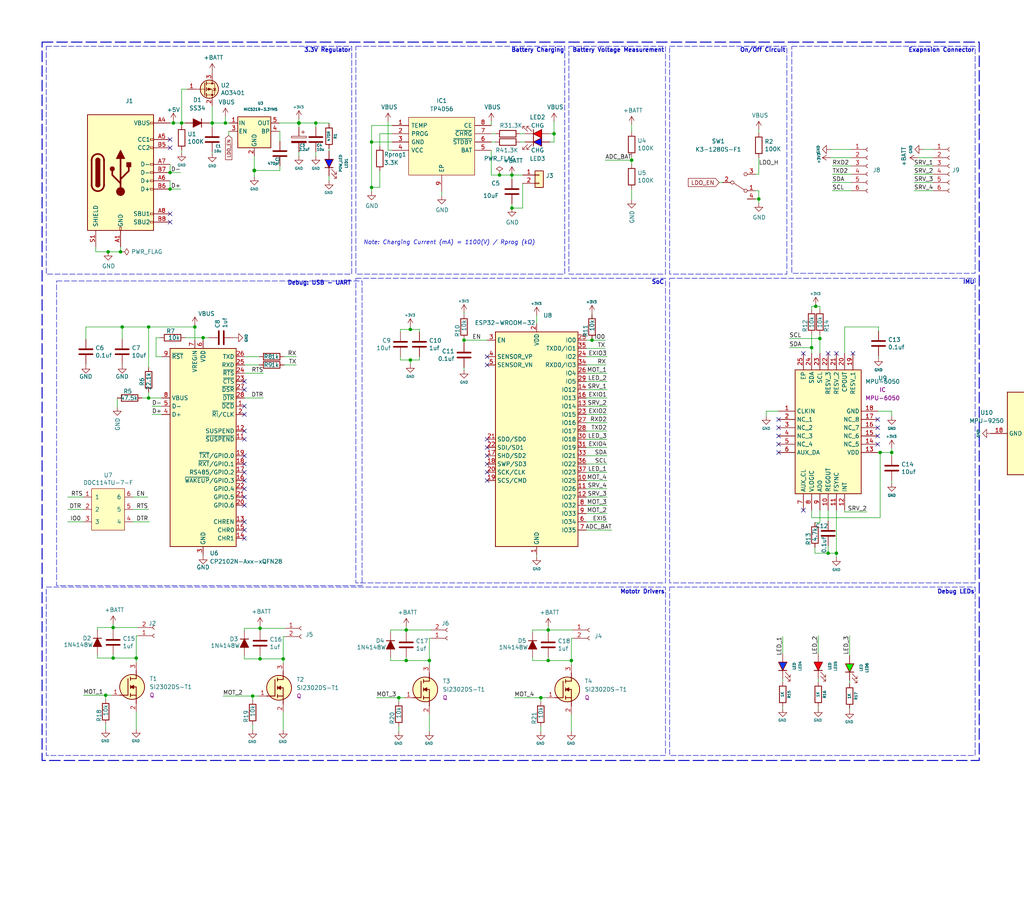
<source format=kicad_sch>
(kicad_sch (version 20250114) (generator "eeschema") (generator_version "9.0")
  (paper "User" 315.011 280.01)
  (title_block (title "ESP Drone") (date "2023-09-10") (rev "1.42b") (company "Jobit Joseph") (comment 1 " Semicon Media Pvt Ltd"))
  (lib_symbols
    (symbol "1N4148W_1" (pin_numbers (hide yes)) (pin_names (hide yes))
      (property "Reference" "D2" (at -1.27 -4.572 90))
      (property "Value" "1N4148W" (at 0.762 -10.414 90))
      (symbol "1N4148W_1_1_1"
        (pin passive line (at -3.81 0 0) (length 2.54) (name "K") (number "1"))
        (pin passive line (at 3.81 0 180) (length 2.54) (name "A") (number "2"))
      )
    )
    (symbol "1N4148W_2" (pin_numbers (hide yes)) (pin_names (hide yes))
      (property "Reference" "D3" (at -1.27 -4.572 90))
      (property "Value" "1N4148W" (at 0.762 -10.414 90))
      (symbol "1N4148W_2_1_1"
        (pin passive line (at -3.81 0 0) (length 2.54) (name "K") (number "1"))
        (pin passive line (at 3.81 0 180) (length 2.54) (name "A") (number "2"))
      )
    )
    (symbol "1N4148W_3" (pin_numbers (hide yes)) (pin_names (hide yes))
      (property "Reference" "D4" (at -1.27 -4.572 90))
      (property "Value" "1N4148W" (at 0.762 -10.414 90))
      (symbol "1N4148W_3_1_1"
        (pin passive line (at -3.81 0 0) (length 2.54) (name "K") (number "1"))
        (pin passive line (at 3.81 0 180) (length 2.54) (name "A") (number "2"))
      )
    )
    (symbol "Connector:Conn_01x02_Female" (pin_names (offset 1.016) (hide yes))
      (property "Reference" "J" (at 0 2.54 0))
      (property "Value" "Conn_01x02_Female" (at 0 -5.08 0))
      (symbol "Conn_01x02_Female_1_1"
        (pin passive line (at -5.08 0 0) (length 3.81) (name "Pin_1") (number "1"))
        (pin passive line (at -5.08 -2.54 0) (length 3.81) (name "Pin_2") (number "2"))
      )
    )
    (symbol "Connector:Conn_01x06_Female" (pin_names (offset 1.016) (hide yes))
      (property "Reference" "J" (at 0 7.62 0))
      (property "Value" "Conn_01x06_Female" (at 0 -10.16 0))
      (symbol "Conn_01x06_Female_1_1"
        (pin passive line (at -5.08 5.08 0) (length 3.81) (name "Pin_1") (number "1"))
        (pin passive line (at -5.08 2.54 0) (length 3.81) (name "Pin_2") (number "2"))
        (pin passive line (at -5.08 0 0) (length 3.81) (name "Pin_3") (number "3"))
        (pin passive line (at -5.08 -2.54 0) (length 3.81) (name "Pin_4") (number "4"))
        (pin passive line (at -5.08 -5.08 0) (length 3.81) (name "Pin_5") (number "5"))
        (pin passive line (at -5.08 -7.62 0) (length 3.81) (name "Pin_6") (number "6"))
      )
    )
    (symbol "Connector_Generic:Conn_01x02" (pin_names (offset 1.016) (hide yes))
      (property "Reference" "J" (at 0 2.54 0))
      (property "Value" "Conn_01x02" (at 0 -5.08 0))
      (symbol "Conn_01x02_1_1"
        (pin passive line (at -5.08 0 0) (length 3.81) (name "Pin_1") (number "1"))
        (pin passive line (at -5.08 -2.54 0) (length 3.81) (name "Pin_2") (number "2"))
      )
    )
    (symbol "Device:C" (pin_numbers (hide yes)) (pin_names (offset 0.254))
      (property "Reference" "C" (at 0.635 2.54 0))
      (property "Value" "C" (at 0.635 -2.54 0))
      (symbol "C_1_1"
        (pin passive line (at 0 3.81 270) (length 2.794) (name "~") (number "1"))
        (pin passive line (at 0 -3.81 90) (length 2.794) (name "~") (number "2"))
      )
    )
    (symbol "Device:C_Polarized" (pin_numbers (hide yes)) (pin_names (offset 0.254))
      (property "Reference" "C" (at 0.635 2.54 0))
      (property "Value" "C_Polarized" (at 0.635 -2.54 0))
      (symbol "C_Polarized_1_1"
        (pin passive line (at 0 3.81 270) (length 2.794) (name "~") (number "1"))
        (pin passive line (at 0 -3.81 90) (length 2.794) (name "~") (number "2"))
      )
    )
    (symbol "Device:LED" (pin_numbers (hide yes)) (pin_names (offset 1.016) (hide yes))
      (property "Reference" "LED1" (at 0.0635 -5.334 0))
      (property "Value" "POW_LED" (at 0.0635 -3.556 0))
      (symbol "LED_1_1"
        (pin passive line (at -3.81 0 0) (length 2.54) (name "K") (number "1"))
        (pin passive line (at 3.81 0 180) (length 2.54) (name "A") (number "2"))
      )
    )
    (symbol "Device:R" (pin_numbers (hide yes)) (pin_names (offset 0))
      (property "Reference" "R" (at 2.032 0 90))
      (property "Value" "R" (at 0 0 90))
      (symbol "R_1_1"
        (pin passive line (at 0 3.81 270) (length 1.27) (name "~") (number "1"))
        (pin passive line (at 0 -3.81 90) (length 1.27) (name "~") (number "2"))
      )
    )
    (symbol "Diode:1N4148W" (pin_numbers (hide yes)) (pin_names (hide yes))
      (property "Reference" "D5" (at -1.27 -4.572 90))
      (property "Value" "1N4148W" (at 0.762 -10.414 90))
      (symbol "1N4148W_1_1"
        (pin passive line (at -3.81 0 0) (length 2.54) (name "K") (number "1"))
        (pin passive line (at 3.81 0 180) (length 2.54) (name "A") (number "2"))
      )
    )
    (symbol "Diode:US1A" (pin_numbers (hide yes)) (pin_names (offset 1.016) (hide yes))
      (property "Reference" "D1" (at 0 -7.112 0))
      (property "Value" "SS34" (at 0 -4.572 0))
      (symbol "US1A_1_1"
        (pin passive line (at -3.81 0 0) (length 2.54) (name "K") (number "1"))
        (pin passive line (at 3.81 0 180) (length 2.54) (name "A") (number "2"))
      )
    )
    (symbol "ESP32_TouchDown:DMG3415U-7" (pin_names (offset 0) (hide yes))
      (property "Reference" "U2" (at 5.1816 1.1684 0))
      (property "Value" "AO3401" (at 5.1816 -1.143 0))
      (symbol "DMG3415U-7_1_1"
        (pin input line (at -5.08 0 0) (length 2.54) (name "G") (number "1"))
        (pin passive line (at 2.54 5.08 270) (length 2.54) (name "D") (number "3"))
        (pin passive line (at 2.54 -5.08 90) (length 2.54) (name "S") (number "2"))
      )
    )
    (symbol "Interface_USB:CP2102N-Axx-xQFN28"
      (property "Reference" "U" (at -8.89 31.75 0))
      (property "Value" "CP2102N-Axx-xQFN28" (at 12.7 31.75 0))
      (symbol "CP2102N-Axx-xQFN28_1_1"
        (pin input line (at -12.7 27.94 0) (length 2.54) (name "~{RST}") (number "9"))
        (pin input line (at -12.7 15.24 0) (length 2.54) (name "VBUS") (number "8"))
        (pin bidirectional line (at -12.7 12.7 0) (length 2.54) (name "D-") (number "5"))
        (pin bidirectional line (at -12.7 10.16 0) (length 2.54) (name "D+") (number "4"))
        (pin no_connect line (at -10.16 -27.94 0) (length 2.54) (hide yes) (name "NC") (number "10"))
        (pin power_in line (at -2.54 33.02 270) (length 2.54) (name "VREGIN") (number "7"))
        (pin power_in line (at 0 33.02 270) (length 2.54) (name "VDD") (number "6"))
        (pin passive line (at 0 -33.02 90) (length 2.54) (hide yes) (name "GND") (number "29"))
        (pin power_in line (at 0 -33.02 90) (length 2.54) (name "GND") (number "3"))
        (pin output line (at 12.7 27.94 180) (length 2.54) (name "TXD") (number "26"))
        (pin input line (at 12.7 25.4 180) (length 2.54) (name "RXD") (number "25"))
        (pin output line (at 12.7 22.86 180) (length 2.54) (name "~{RTS}") (number "24"))
        (pin input line (at 12.7 20.32 180) (length 2.54) (name "~{CTS}") (number "23"))
        (pin input line (at 12.7 17.78 180) (length 2.54) (name "~{DSR}") (number "27"))
        (pin output line (at 12.7 15.24 180) (length 2.54) (name "~{DTR}") (number "28"))
        (pin input line (at 12.7 12.7 180) (length 2.54) (name "~{DCD}") (number "1"))
        (pin bidirectional line (at 12.7 10.16 180) (length 2.54) (name "~{RI}/CLK") (number "2"))
        (pin output line (at 12.7 5.08 180) (length 2.54) (name "SUSPEND") (number "12"))
        (pin output line (at 12.7 2.54 180) (length 2.54) (name "~{SUSPEND}") (number "11"))
        (pin bidirectional line (at 12.7 -2.54 180) (length 2.54) (name "~{TXT}/GPIO.0") (number "19"))
        (pin bidirectional line (at 12.7 -5.08 180) (length 2.54) (name "~{RXT}/GPIO.1") (number "18"))
        (pin bidirectional line (at 12.7 -7.62 180) (length 2.54) (name "RS485/GPIO.2") (number "17"))
        (pin bidirectional line (at 12.7 -10.16 180) (length 2.54) (name "~{WAKEUP}/GPIO.3") (number "16"))
        (pin bidirectional line (at 12.7 -12.7 180) (length 2.54) (name "GPIO.4") (number "22"))
        (pin bidirectional line (at 12.7 -15.24 180) (length 2.54) (name "GPIO.5") (number "21"))
        (pin bidirectional line (at 12.7 -17.78 180) (length 2.54) (name "GPIO.6") (number "20"))
        (pin output line (at 12.7 -22.86 180) (length 2.54) (name "CHREN") (number "13"))
        (pin output line (at 12.7 -25.4 180) (length 2.54) (name "CHR0") (number "15"))
        (pin output line (at 12.7 -27.94 180) (length 2.54) (name "CHR1") (number "14"))
      )
    )
    (symbol "LED_1" (pin_numbers (hide yes)) (pin_names (offset 1.016) (hide yes))
      (property "Reference" "LED4" (at 0.0635 -5.334 0))
      (property "Value" "LED" (at 0.0635 -3.556 0))
      (symbol "LED_1_1_1"
        (pin passive line (at -3.81 0 0) (length 2.54) (name "K") (number "1"))
        (pin passive line (at 3.81 0 180) (length 2.54) (name "A") (number "2"))
      )
    )
    (symbol "LED_2" (pin_numbers (hide yes)) (pin_names (offset 1.016) (hide yes))
      (property "Reference" "LED5" (at 0.0635 -5.334 0))
      (property "Value" "LED" (at 0.0635 -3.556 0))
      (symbol "LED_2_1_1"
        (pin passive line (at -3.81 0 0) (length 2.54) (name "K") (number "1"))
        (pin passive line (at 3.81 0 180) (length 2.54) (name "A") (number "2"))
      )
    )
    (symbol "LED_3" (pin_numbers (hide yes)) (pin_names (offset 1.016) (hide yes))
      (property "Reference" "LED6" (at 0.0635 -5.334 0))
      (property "Value" "LED" (at 0.0635 -3.556 0))
      (symbol "LED_3_1_1"
        (pin passive line (at -3.81 0 0) (length 2.54) (name "K") (number "1"))
        (pin passive line (at 3.81 0 180) (length 2.54) (name "A") (number "2"))
      )
    )
    (symbol "LED_4" (pin_numbers (hide yes)) (pin_names (offset 1.016) (hide yes))
      (property "Reference" "LED2" (at 0 -5.08 0))
      (property "Value" "CHG" (at 0 -2.54 0))
      (symbol "LED_4_1_1"
        (pin passive line (at -3.81 0 0) (length 2.54) (name "K") (number "1"))
        (pin passive line (at 3.81 0 180) (length 2.54) (name "A") (number "2"))
      )
    )
    (symbol "LED_5" (pin_numbers (hide yes)) (pin_names (offset 1.016) (hide yes))
      (property "Reference" "LED3" (at 0 -5.08 0))
      (property "Value" "CHG" (at 0 -2.54 0))
      (symbol "LED_5_1_1"
        (pin passive line (at -3.81 0 0) (length 2.54) (name "K") (number "1"))
        (pin passive line (at 3.81 0 180) (length 2.54) (name "A") (number "2"))
      )
    )
    (symbol "MPU-6050:MPU-6050"
      (property "Value" "MPU-6050" (at 0 0 0))
      (property "Reference_1" "IC" (at 26.67 17.78 0))
      (property "Value_1" "MPU-6050" (at 26.67 15.24 0))
      (symbol "MPU-6050_1_1"
        (pin passive line (at 0 0 0) (length 5.08) (name "CLKIN") (number "1"))
        (pin passive line (at 0 -2.54 0) (length 5.08) (name "NC_1") (number "2"))
        (pin passive line (at 0 -5.08 0) (length 5.08) (name "NC_2") (number "3"))
        (pin passive line (at 0 -7.62 0) (length 5.08) (name "NC_3") (number "4"))
        (pin passive line (at 0 -10.16 0) (length 5.08) (name "NC_4") (number "5"))
        (pin passive line (at 0 -12.7 0) (length 5.08) (name "AUX_DA") (number "6"))
        (pin passive line (at 7.62 17.78 270) (length 5.08) (name "EP") (number "25"))
        (pin passive line (at 7.62 -30.48 90) (length 5.08) (name "AUX_CL") (number "7"))
        (pin passive line (at 10.16 17.78 270) (length 5.08) (name "SDA") (number "24"))
        (pin passive line (at 10.16 -30.48 90) (length 5.08) (name "VLOGIC") (number "8"))
        (pin passive line (at 12.7 17.78 270) (length 5.08) (name "SCL") (number "23"))
        (pin passive line (at 12.7 -30.48 90) (length 5.08) (name "AD0") (number "9"))
        (pin passive line (at 15.24 17.78 270) (length 5.08) (name "RESV_3") (number "22"))
        (pin passive line (at 15.24 -30.48 90) (length 5.08) (name "REGOUT") (number "10"))
        (pin passive line (at 17.78 17.78 270) (length 5.08) (name "RESV_2") (number "21"))
        (pin passive line (at 17.78 -30.48 90) (length 5.08) (name "FSYNC") (number "11"))
        (pin passive line (at 20.32 17.78 270) (length 5.08) (name "CPOUT") (number "20"))
        (pin passive line (at 20.32 -30.48 90) (length 5.08) (name "INT") (number "12"))
        (pin passive line (at 22.86 17.78 270) (length 5.08) (name "RESV_1") (number "19"))
        (pin passive line (at 30.48 0 180) (length 5.08) (name "GND") (number "18"))
        (pin passive line (at 30.48 -2.54 180) (length 5.08) (name "NC_8") (number "17"))
        (pin passive line (at 30.48 -5.08 180) (length 5.08) (name "NC_7") (number "16"))
        (pin passive line (at 30.48 -7.62 180) (length 5.08) (name "NC_6") (number "15"))
        (pin passive line (at 30.48 -10.16 180) (length 5.08) (name "NC_5") (number "14"))
        (pin passive line (at 30.48 -12.7 180) (length 5.08) (name "VDD") (number "13"))
      )
    )
    (symbol "RF_Module:ESP32-WROOM-32"
      (property "Reference" "U" (at -12.7 34.29 0))
      (property "Value" "ESP32-WROOM-32" (at 1.27 34.29 0))
      (symbol "ESP32-WROOM-32_1_1"
        (pin input line (at -15.24 30.48 0) (length 2.54) (name "EN") (number "3"))
        (pin input line (at -15.24 25.4 0) (length 2.54) (name "SENSOR_VP") (number "4"))
        (pin input line (at -15.24 22.86 0) (length 2.54) (name "SENSOR_VN") (number "5"))
        (pin bidirectional line (at -15.24 0 0) (length 2.54) (name "SDO/SD0") (number "21"))
        (pin bidirectional line (at -15.24 -2.54 0) (length 2.54) (name "SDI/SD1") (number "22"))
        (pin bidirectional line (at -15.24 -5.08 0) (length 2.54) (name "SHD/SD2") (number "17"))
        (pin bidirectional line (at -15.24 -7.62 0) (length 2.54) (name "SWP/SD3") (number "18"))
        (pin bidirectional line (at -15.24 -10.16 0) (length 2.54) (name "SCK/CLK") (number "20"))
        (pin bidirectional line (at -15.24 -12.7 0) (length 2.54) (name "SCS/CMD") (number "19"))
        (pin no_connect line (at -12.7 -27.94 0) (length 2.54) (hide yes) (name "NC") (number "32"))
        (pin power_in line (at 0 35.56 270) (length 2.54) (name "VDD") (number "2"))
        (pin power_in line (at 0 -35.56 90) (length 2.54) (name "GND") (number "1"))
        (pin passive line (at 0 -35.56 90) (length 2.54) (hide yes) (name "GND") (number "15"))
        (pin passive line (at 0 -35.56 90) (length 2.54) (hide yes) (name "GND") (number "38"))
        (pin passive line (at 0 -35.56 90) (length 2.54) (hide yes) (name "GND") (number "39"))
        (pin bidirectional line (at 15.24 30.48 180) (length 2.54) (name "IO0") (number "25"))
        (pin bidirectional line (at 15.24 27.94 180) (length 2.54) (name "TXD0/IO1") (number "35"))
        (pin bidirectional line (at 15.24 25.4 180) (length 2.54) (name "IO2") (number "24"))
        (pin bidirectional line (at 15.24 22.86 180) (length 2.54) (name "RXD0/IO3") (number "34"))
        (pin bidirectional line (at 15.24 20.32 180) (length 2.54) (name "IO4") (number "26"))
        (pin bidirectional line (at 15.24 17.78 180) (length 2.54) (name "IO5") (number "29"))
        (pin bidirectional line (at 15.24 15.24 180) (length 2.54) (name "IO12") (number "14"))
        (pin bidirectional line (at 15.24 12.7 180) (length 2.54) (name "IO13") (number "16"))
        (pin bidirectional line (at 15.24 10.16 180) (length 2.54) (name "IO14") (number "13"))
        (pin bidirectional line (at 15.24 7.62 180) (length 2.54) (name "IO15") (number "23"))
        (pin bidirectional line (at 15.24 5.08 180) (length 2.54) (name "IO16") (number "27"))
        (pin bidirectional line (at 15.24 2.54 180) (length 2.54) (name "IO17") (number "28"))
        (pin bidirectional line (at 15.24 0 180) (length 2.54) (name "IO18") (number "30"))
        (pin bidirectional line (at 15.24 -2.54 180) (length 2.54) (name "IO19") (number "31"))
        (pin bidirectional line (at 15.24 -5.08 180) (length 2.54) (name "IO21") (number "33"))
        (pin bidirectional line (at 15.24 -7.62 180) (length 2.54) (name "IO22") (number "36"))
        (pin bidirectional line (at 15.24 -10.16 180) (length 2.54) (name "IO23") (number "37"))
        (pin bidirectional line (at 15.24 -12.7 180) (length 2.54) (name "IO25") (number "10"))
        (pin bidirectional line (at 15.24 -15.24 180) (length 2.54) (name "IO26") (number "11"))
        (pin bidirectional line (at 15.24 -17.78 180) (length 2.54) (name "IO27") (number "12"))
        (pin bidirectional line (at 15.24 -20.32 180) (length 2.54) (name "IO32") (number "8"))
        (pin bidirectional line (at 15.24 -22.86 180) (length 2.54) (name "IO33") (number "9"))
        (pin input line (at 15.24 -25.4 180) (length 2.54) (name "IO34") (number "6"))
        (pin input line (at 15.24 -27.94 180) (length 2.54) (name "IO35") (number "7"))
      )
    )
    (symbol "Regulator_Linear:MIC5219-3.3YM5" (pin_names (offset 0.254))
      (property "Reference" "U" (at -3.81 5.715 0))
      (property "Value" "MIC5219-3.3YM5" (at 0 5.715 0))
      (symbol "MIC5219-3.3YM5_1_1"
        (pin power_in line (at -7.62 2.54 0) (length 2.54) (name "IN") (number "1"))
        (pin input line (at -7.62 0 0) (length 2.54) (name "EN") (number "3"))
        (pin power_in line (at 0 -7.62 90) (length 2.54) (name "GND") (number "2"))
        (pin power_out line (at 7.62 2.54 180) (length 2.54) (name "OUT") (number "5"))
        (pin input line (at 7.62 0 180) (length 2.54) (name "BP") (number "4"))
      )
    )
    (symbol "SI2302DS-T1:SI2302DS-T1" (pin_names (hide yes))
      (property "Reference" "T4" (at 11.684 5.0801 0))
      (property "Value" "SI2302DS-T1" (at 11.684 2.5401 0))
      (property "Reference_1" "Q" (at 11.684 0.0001 0))
      (symbol "SI2302DS-T1_1_1"
        (pin passive line (at 0 0 0) (length 2.54) (name "G") (number "1"))
        (pin passive line (at 7.62 10.16 270) (length 2.54) (name "D") (number "3"))
        (pin passive line (at 7.62 -5.08 90) (length 2.54) (name "S") (number "2"))
      )
    )
    (symbol "SI2302DS-T1_1" (pin_names (hide yes))
      (property "Reference" "T1" (at 11.684 5.0801 0))
      (property "Value" "SI2302DS-T1" (at 11.684 2.5401 0))
      (property "Reference_1" "Q" (at 11.684 0.0001 0))
      (symbol "SI2302DS-T1_1_1_1"
        (pin passive line (at 0 0 0) (length 2.54) (name "G") (number "1"))
        (pin passive line (at 7.62 10.16 270) (length 2.54) (name "D") (number "3"))
        (pin passive line (at 7.62 -5.08 90) (length 2.54) (name "S") (number "2"))
      )
    )
    (symbol "SI2302DS-T1_2" (pin_names (hide yes))
      (property "Reference" "T2" (at 11.684 5.0801 0))
      (property "Value" "SI2302DS-T1" (at 11.684 2.5401 0))
      (property "Reference_1" "Q" (at 11.684 0.0001 0))
      (symbol "SI2302DS-T1_2_1_1"
        (pin passive line (at 0 0 0) (length 2.54) (name "G") (number "1"))
        (pin passive line (at 7.62 10.16 270) (length 2.54) (name "D") (number "3"))
        (pin passive line (at 7.62 -5.08 90) (length 2.54) (name "S") (number "2"))
      )
    )
    (symbol "SI2302DS-T1_3" (pin_names (hide yes))
      (property "Reference" "T3" (at 11.684 5.0801 0))
      (property "Value" "SI2302DS-T1" (at 11.684 2.5401 0))
      (property "Reference_1" "Q" (at 11.684 0.0001 0))
      (symbol "SI2302DS-T1_3_1_1"
        (pin passive line (at 0 0 0) (length 2.54) (name "G") (number "1"))
        (pin passive line (at 7.62 10.16 270) (length 2.54) (name "D") (number "3"))
        (pin passive line (at 7.62 -5.08 90) (length 2.54) (name "S") (number "2"))
      )
    )
    (symbol "Sensor_Motion:MPU-9250"
      (property "Reference" "U" (at -11.43 19.05 0))
      (property "Value" "MPU-9250" (at 7.62 -19.05 0))
      (symbol "MPU-9250_1_1"
        (pin bidirectional line (at -17.78 7.62 0) (length 5.08) (name "SDA/MOSI") (number "24"))
        (pin bidirectional line (at -17.78 5.08 0) (length 5.08) (name "AD0/MISO") (number "9"))
        (pin input line (at -17.78 2.54 0) (length 5.08) (name "SCL/SCLK") (number "23"))
        (pin input line (at -17.78 0 0) (length 5.08) (name "~{CS}") (number "22"))
        (pin input line (at -17.78 -5.08 0) (length 5.08) (name "FSYNC") (number "11"))
        (pin power_in line (at -2.54 22.86 270) (length 5.08) (name "VDDIO") (number "8"))
        (pin power_in line (at 0 -22.86 90) (length 5.08) (name "GND") (number "18"))
        (pin power_in line (at 2.54 22.86 270) (length 5.08) (name "VDD") (number "13"))
        (pin output line (at 17.78 7.62 180) (length 5.08) (name "INT") (number "12"))
        (pin bidirectional line (at 17.78 2.54 180) (length 5.08) (name "AUX_DA") (number "21"))
        (pin output clock (at 17.78 0 180) (length 5.08) (name "AUX_CL") (number "7"))
        (pin passive line (at 17.78 -5.08 180) (length 5.08) (name "REGOUT") (number "10"))
        (pin input line (at 17.78 -7.62 180) (length 5.08) (name "RESV_VDDIO") (number "1"))
        (pin power_in line (at 17.78 -10.16 180) (length 5.08) (name "RESV_GND") (number "20"))
      )
    )
    (symbol "Switch:SW_SPDT" (pin_names (offset 0) (hide yes))
      (property "Reference" "SW3" (at -6.35 -12.7 0))
      (property "Value" "K3-1280S-F1" (at -6.35 -10.16 0))
      (symbol "SW_SPDT_1_1"
        (pin passive line (at -5.08 0 0) (length 2.54) (name "B") (number "2"))
        (pin input line (at 5.08 5.08 180) (length 2.54) (name "4") (number "4"))
        (pin passive line (at 5.08 2.54 180) (length 2.54) (name "A") (number "1"))
        (pin passive line (at 5.08 -2.54 180) (length 2.54) (name "C") (number "3"))
      )
    )
    (symbol "TP4056-42-ESOP8:TP4056-42-ESOP8" (pin_names (offset 0.762))
      (property "Reference" "IC?" (at 15.24 7.62 0))
      (property "Value" "TP4056" (at 15.24 5.08 0))
      (symbol "TP4056-42-ESOP8_0_0"
        (pin passive line (at 0 0 0) (length 5.08) (name "TEMP") (number "1"))
        (pin passive line (at 0 -2.54 0) (length 5.08) (name "PROG") (number "2"))
        (pin passive line (at 0 -5.08 0) (length 5.08) (name "GND") (number "3"))
        (pin passive line (at 0 -7.62 0) (length 5.08) (name "VCC") (number "4"))
        (pin passive line (at 15.24 -20.32 90) (length 5.08) (name "EP") (number "9"))
        (pin passive line (at 30.48 0 180) (length 5.08) (name "CE") (number "8"))
        (pin passive line (at 30.48 -2.54 180) (length 5.08) (name "~{CHRG}") (number "7"))
        (pin passive line (at 30.48 -5.08 180) (length 5.08) (name "~{STDBY}") (number "6"))
        (pin passive line (at 30.48 -7.62 180) (length 5.08) (name "BAT") (number "5"))
      )
    )
    (symbol "downloader-rescue:DDC114TU-7-F-my" (pin_names (offset 1.016))
      (property "Reference" "U7" (at 0 10.541 0))
      (property "Value" "DDC114TU-7-F" (at 0 8.2296 0))
      (symbol "DDC114TU-7-F-my_1_1"
        (pin passive line (at -7.62 3.81 0) (length 2.54) (name "1") (number "1"))
        (pin passive line (at -7.62 0 0) (length 2.54) (name "2") (number "2"))
        (pin passive line (at -7.62 -3.81 0) (length 2.54) (name "3") (number "3"))
        (pin passive line (at 7.62 3.81 180) (length 2.54) (name "6") (number "6"))
        (pin passive line (at 7.62 0 180) (length 2.54) (name "5") (number "5"))
        (pin passive line (at 7.62 -3.81 180) (length 2.54) (name "4") (number "4"))
      )
    )
    (symbol "downloader-rescue:USB_C_Receptacle_USB2.0-Connector" (pin_names (offset 1.016))
      (property "Reference" "J" (at -10.16 19.05 0))
      (property "Value" "USB_C_Receptacle_USB2.0-Connector" (at 19.05 19.05 0))
      (symbol "USB_C_Receptacle_USB2.0-Connector_1_1"
        (pin passive line (at -7.62 -22.86 90) (length 5.08) (name "SHIELD") (number "S1"))
        (pin power_in line (at 0 -22.86 90) (length 5.08) (name "GND") (number "A1"))
        (pin passive line (at 0 -22.86 90) (length 5.08) (hide yes) (name "GND") (number "A12"))
        (pin passive line (at 0 -22.86 90) (length 5.08) (hide yes) (name "GND") (number "B1"))
        (pin passive line (at 0 -22.86 90) (length 5.08) (hide yes) (name "GND") (number "B12"))
        (pin power_in line (at 15.24 15.24 180) (length 5.08) (name "VBUS") (number "A4"))
        (pin passive line (at 15.24 15.24 180) (length 5.08) (hide yes) (name "VBUS") (number "A9"))
        (pin passive line (at 15.24 15.24 180) (length 5.08) (hide yes) (name "VBUS") (number "B4"))
        (pin passive line (at 15.24 15.24 180) (length 5.08) (hide yes) (name "VBUS") (number "B9"))
        (pin bidirectional line (at 15.24 10.16 180) (length 5.08) (name "CC1") (number "A5"))
        (pin bidirectional line (at 15.24 7.62 180) (length 5.08) (name "CC2") (number "B5"))
        (pin bidirectional line (at 15.24 2.54 180) (length 5.08) (name "D-") (number "A7"))
        (pin bidirectional line (at 15.24 0 180) (length 5.08) (name "D-") (number "B7"))
        (pin bidirectional line (at 15.24 -2.54 180) (length 5.08) (name "D+") (number "A6"))
        (pin bidirectional line (at 15.24 -5.08 180) (length 5.08) (name "D+") (number "B6"))
        (pin bidirectional line (at 15.24 -12.7 180) (length 5.08) (name "SBU1") (number "A8"))
        (pin bidirectional line (at 15.24 -15.24 180) (length 5.08) (name "SBU2") (number "B8"))
      )
    )
    (symbol "power:+3V3" (power) (pin_names (offset 0))
      (property "Value" "+3V3" (at 0 3.556 0))
      (symbol "+3V3_1_1"
        (pin power_in line (at 0 0 90) (length 0) (hide yes) (name "+3V3") (number "1"))
      )
    )
    (symbol "power:+5V" (power) (pin_names (offset 0))
      (property "Value" "+5V" (at 0 3.556 0))
      (symbol "+5V_1_1"
        (pin power_in line (at 0 0 90) (length 0) (hide yes) (name "+5V") (number "1"))
      )
    )
    (symbol "power:+BATT" (power) (pin_names (offset 0))
      (property "Value" "+BATT" (at 0 3.556 0))
      (symbol "+BATT_1_1"
        (pin power_in line (at 0 0 90) (length 0) (hide yes) (name "+BATT") (number "1"))
      )
    )
    (symbol "power:GND" (power) (pin_names (offset 0))
      (property "Value" "GND" (at 0 -3.81 0))
      (symbol "GND_1_1"
        (pin power_in line (at 0 0 270) (length 0) (hide yes) (name "GND") (number "1"))
      )
    )
    (symbol "power:PWR_FLAG" (power) (pin_numbers (hide yes)) (pin_names (offset 0) (hide yes))
      (property "Value" "PWR_FLAG" (at 0 3.81 0))
      (symbol "PWR_FLAG_0_0"
        (pin power_out line (at 0 0 90) (length 0) (name "pwr") (number "1"))
      )
    )
    (symbol "power:VBUS" (power) (pin_names (offset 0))
      (property "Value" "VBUS" (at 0 3.81 0))
      (symbol "VBUS_1_1"
        (pin power_in line (at 0 0 90) (length 0) (hide yes) (name "VBUS") (number "1"))
      )
    )
  )
  (rectangle (start 205.994 14.224) (end 242.062 84.328) (stroke (width 0) (type dash)))
  (rectangle (start 243.586 14.224) (end 299.974 84.074) (stroke (width 0) (type dash)))
  (rectangle (start 205.994 85.598) (end 299.974 179.324) (stroke (width 0) (type dash)))
  (rectangle (start 175.006 14.224) (end 204.724 84.328) (stroke (width 0) (type dash)))
  (rectangle (start 17.399 86.4362) (end 111.379 180.1622) (stroke (width 0) (type dash)))
  (rectangle (start 14.224 14.224) (end 108.204 84.328) (stroke (width 0) (type dash)))
  (rectangle (start 205.994 180.594) (end 299.974 232.41) (stroke (width 0) (type dash)))
  (rectangle (start 109.474 85.598) (end 204.724 179.324) (stroke (width 0) (type dash)))
  (rectangle (start 14.224 180.594) (end 204.724 232.41) (stroke (width 0) (type dash)))
  (rectangle (start 12.954 12.954) (end 301.244 233.934) (stroke (width 0.3) (type dash)))
  (rectangle (start 109.474 14.224) (end 173.736 84.328) (stroke (width 0) (type dash)))
  (text "SoC" (at 200.406 87.63 0) (effects (font (size 1.27 1.27) (thickness 0.254) (bold yes)) (justify left bottom)))
  (text "Battery Voltage Measurement" (at 176.022 16.256 0) (effects (font (size 1.27 1.27) (thickness 0.254) (bold yes)) (justify left bottom)))
  (text "IMU" (at 296.164 87.63 0) (effects (font (size 1.27 1.27) (thickness 0.254) (bold yes)) (justify left bottom)))
  (text "Mototr Drivers" (at 190.754 182.88 0) (effects (font (size 1.27 1.27) (thickness 0.254) (bold yes)) (justify left bottom)))
  (text "Battery Charging" (at 157.226 16.256 0) (effects (font (size 1.27 1.27) (thickness 0.254) (bold yes)) (justify left bottom)))
  (text "Debug LEDs" (at 288.29 182.88 0) (effects (font (size 1.27 1.27) (thickness 0.254) (bold yes)) (justify left bottom)))
  (text "Debug: USB - UART" (at 88.392 87.884 0) (effects (font (size 1.27 1.27) (thickness 0.254) (bold yes)) (justify left bottom)))
  (text "Exapnsion Connector" (at 279.4 16.256 0) (effects (font (size 1.27 1.27) (thickness 0.254) (bold yes)) (justify left bottom)))
  (text "3.3V Regulator" (at 93.472 16.256 0) (effects (font (size 1.27 1.27) (thickness 0.254) (bold yes)) (justify left bottom)))
  (text "Note: Charging Current (mA) = 1100(V) / Rprog (kΩ)" (at 111.76 75.438 0) (effects (font (size 1.27 1.27) (italic yes)) (justify left bottom)))
  (text "On/Off Circuit" (at 227.584 16.256 0) (effects (font (size 1.27 1.27) (thickness 0.254) (bold yes)) (justify left bottom)))
  (junction (at 32.512 213.868))
  (junction (at 132.08 203.2))
  (junction (at 168.656 193.802))
  (junction (at 62.484 103.886))
  (junction (at 33.274 77.47))
  (junction (at 37.084 77.47))
  (junction (at 182.118 104.648))
  (junction (at 45.72 122.428))
  (junction (at 274.32 139.192))
  (junction (at 80.01 193.294))
  (junction (at 78.232 52.451) (diameter 1.016))
  (junction (at 170.434 41.148))
  (junction (at 166.37 214.63))
  (junction (at 52.324 53.086))
  (junction (at 331.978 98.044))
  (junction (at 41.91 202.438))
  (junction (at 97.155 37.846))
  (junction (at 55.88 37.846))
  (junction (at 194.31 49.276))
  (junction (at 124.968 203.2))
  (junction (at 270.764 139.192))
  (junction (at 175.768 203.2))
  (junction (at 252.222 104.14))
  (junction (at 153.67 53.848))
  (junction (at 91.948 37.846) (diameter 1.016))
  (junction (at 124.968 193.802))
  (junction (at 233.426 61.214))
  (junction (at 114.3 43.688))
  (junction (at 34.798 193.04))
  (junction (at 65.278 37.846))
  (junction (at 126.238 101.346))
  (junction (at 69.342 37.846))
  (junction (at 257.302 170.18))
  (junction (at 114.3 57.658))
  (junction (at 168.656 203.2))
  (junction (at 80.01 202.692))
  (junction (at 142.748 104.648))
  (junction (at 249.682 106.934))
  (junction (at 254.762 170.18))
  (junction (at 53.34 37.846))
  (junction (at 37.592 100.584))
  (junction (at 157.48 53.848))
  (junction (at 122.682 214.63))
  (junction (at 250.952 94.234))
  (junction (at 45.72 100.584))
  (junction (at 87.122 202.692))
  (junction (at 34.798 202.438))
  (junction (at 59.944 100.584))
  (junction (at 157.48 64.008))
  (junction (at 52.324 58.166))
  (junction (at 126.238 110.744))
  (junction (at 77.724 214.122))
  (no_connect (at 75.184 140.208))
  (no_connect (at 239.522 139.192))
  (no_connect (at 149.86 137.668))
  (no_connect (at 75.184 119.888))
  (no_connect (at 52.324 42.926))
  (no_connect (at 247.142 156.972))
  (no_connect (at 75.184 147.828))
  (no_connect (at 262.382 108.712))
  (no_connect (at 75.184 145.288))
  (no_connect (at 52.324 65.786))
  (no_connect (at 149.86 147.828))
  (no_connect (at 270.002 136.652))
  (no_connect (at 239.522 134.112))
  (no_connect (at 75.184 127.508))
  (no_connect (at 257.302 108.712))
  (no_connect (at 75.184 163.068))
  (no_connect (at 75.184 132.588))
  (no_connect (at 75.184 155.448))
  (no_connect (at 75.184 165.608))
  (no_connect (at 75.184 160.528))
  (no_connect (at 52.324 68.326))
  (no_connect (at 149.86 109.728))
  (no_connect (at 52.324 45.466))
  (no_connect (at 149.86 112.268))
  (no_connect (at 75.184 135.128))
  (no_connect (at 149.86 135.128))
  (no_connect (at 270.002 129.032))
  (no_connect (at 75.184 150.368))
  (no_connect (at 149.86 145.288))
  (no_connect (at 149.86 142.748))
  (no_connect (at 75.184 142.748))
  (no_connect (at 239.522 131.572))
  (no_connect (at 270.002 131.572))
  (no_connect (at 247.142 108.712))
  (no_connect (at 149.86 140.208))
  (no_connect (at 75.184 152.908))
  (no_connect (at 254.762 108.712))
  (no_connect (at 239.522 129.032))
  (no_connect (at 75.184 117.348))
  (no_connect (at 239.522 136.652))
  (no_connect (at 75.184 124.968))
  (no_connect (at 270.002 134.112))
  (wire (pts (xy 62.484 170.942) (xy 62.484 170.688)))
  (wire (pts (xy 41.91 195.58) (xy 41.91 202.438)))
  (wire (pts (xy 78.232 52.451) (xy 78.232 54.356)))
  (wire (pts (xy 186.69 157.988) (xy 180.34 157.988)))
  (wire (pts (xy 86.106 43.434) (xy 86.106 40.386)))
  (wire (pts (xy 256.032 53.594) (xy 261.874 53.594)))
  (wire (pts (xy 34.798 193.04) (xy 34.798 193.802)))
  (wire (pts (xy 116.84 57.658) (xy 114.3 57.658)))
  (wire (pts (xy 194.31 38.354) (xy 194.31 40.64)))
  (wire (pts (xy 48.006 109.728) (xy 49.784 109.728)))
  (wire (pts (xy 249.682 159.258) (xy 270.764 159.258)))
  (wire (pts (xy 252.222 108.712) (xy 252.222 104.14)))
  (wire (pts (xy 87.122 224.536) (xy 87.122 219.202)))
  (wire (pts (xy 240.792 195.834) (xy 240.792 201.168)))
  (wire (pts (xy 281.178 56.134) (xy 287.02 56.134)))
  (wire (pts (xy 186.182 104.648) (xy 182.118 104.648)))
  (wire (pts (xy 160.782 64.008) (xy 157.48 64.008)))
  (wire (pts (xy 251.714 208.788) (xy 251.714 209.804)))
  (wire (pts (xy 330.2 110.49) (xy 330.708 110.49)))
  (wire (pts (xy 126.238 100.584) (xy 126.238 101.346)))
  (wire (pts (xy 168.656 203.2) (xy 163.83 203.2)))
  (wire (pts (xy 257.302 156.972) (xy 257.302 170.18)))
  (wire (pts (xy 163.83 193.802) (xy 163.83 194.564)))
  (wire (pts (xy 182.118 104.648) (xy 180.34 104.648)))
  (wire (pts (xy 57.658 27.432) (xy 55.88 27.432)))
  (wire (pts (xy 81.026 122.428) (xy 75.184 122.428)))
  (wire (pts (xy 186.69 150.368) (xy 180.34 150.368)))
  (wire (pts (xy 182.118 96.52) (xy 182.118 96.774)))
  (wire (pts (xy 77.724 214.122) (xy 77.724 215.392)))
  (wire (pts (xy 251.714 195.58) (xy 251.714 201.168)))
  (wire (pts (xy 186.69 135.128) (xy 180.34 135.128)))
  (wire (pts (xy 116.84 52.578) (xy 116.84 57.658)))
  (wire (pts (xy 123.19 110.744) (xy 126.238 110.744)))
  (wire (pts (xy 157.48 53.848) (xy 157.48 55.118)))
  (wire (pts (xy 186.182 49.276) (xy 194.31 49.276)))
  (wire (pts (xy 126.238 101.346) (xy 129.032 101.346)))
  (wire (pts (xy 114.3 38.608) (xy 114.3 43.688)))
  (wire (pts (xy 186.436 112.268) (xy 180.34 112.268)))
  (wire (pts (xy 165.1 97.028) (xy 165.1 99.568)))
  (wire (pts (xy 259.842 156.972) (xy 259.842 157.48)))
  (wire (pts (xy 40.894 160.528) (xy 45.974 160.528)))
  (wire (pts (xy 25.654 152.908) (xy 20.828 152.908)))
  (wire (pts (xy 29.972 193.04) (xy 34.798 193.04)))
  (wire (pts (xy 78.232 48.006) (xy 78.232 52.451)))
  (wire (pts (xy 65.278 37.846) (xy 69.342 37.846)))
  (wire (pts (xy 170.434 41.148) (xy 170.434 43.688)))
  (wire (pts (xy 64.262 103.886) (xy 62.484 103.886)))
  (wire (pts (xy 249.682 156.972) (xy 249.682 159.258)))
  (wire (pts (xy 240.792 208.788) (xy 240.792 209.804)))
  (wire (pts (xy 55.88 37.846) (xy 56.896 37.846)))
  (wire (pts (xy 120.142 193.802) (xy 120.142 194.564)))
  (wire (pts (xy 37.592 100.584) (xy 45.72 100.584)))
  (wire (pts (xy 55.88 46.99) (xy 55.88 46.228)))
  (wire (pts (xy 37.084 77.47) (xy 33.274 77.47)))
  (wire (pts (xy 157.48 53.848) (xy 160.782 53.848)))
  (wire (pts (xy 124.968 193.802) (xy 132.588 193.802)))
  (wire (pts (xy 91.948 46.736) (xy 91.948 48.006)))
  (wire (pts (xy 186.69 114.808) (xy 180.34 114.808)))
  (wire (pts (xy 80.01 193.294) (xy 80.01 194.056)))
  (wire (pts (xy 101.219 38.1) (xy 101.219 37.846)))
  (wire (pts (xy 87.122 195.834) (xy 87.63 195.834)))
  (wire (pts (xy 194.31 48.26) (xy 194.31 49.276)))
  (wire (pts (xy 34.29 213.868) (xy 32.512 213.868)))
  (wire (pts (xy 160.02 43.688) (xy 161.544 43.688)))
  (wire (pts (xy 37.592 112.268) (xy 37.592 112.014)))
  (wire (pts (xy 36.068 125.222) (xy 36.068 122.428)))
  (wire (pts (xy 49.276 103.886) (xy 48.006 103.886)))
  (wire (pts (xy 330.708 98.044) (xy 331.978 98.044)))
  (wire (pts (xy 176.276 193.802) (xy 168.656 193.802)))
  (wire (pts (xy 333.248 98.044) (xy 331.978 98.044)))
  (wire (pts (xy 79.502 214.122) (xy 77.724 214.122)))
  (wire (pts (xy 132.08 203.2) (xy 132.08 204.47)))
  (wire (pts (xy 186.69 160.528) (xy 180.34 160.528)))
  (wire (pts (xy 186.69 132.588) (xy 180.34 132.588)))
  (wire (pts (xy 116.84 41.148) (xy 120.65 41.148)))
  (wire (pts (xy 168.656 202.184) (xy 168.656 203.2)))
  (wire (pts (xy 274.32 148.59) (xy 274.32 147.828)))
  (wire (pts (xy 186.69 124.968) (xy 180.34 124.968)))
  (wire (pts (xy 115.824 214.63) (xy 122.682 214.63)))
  (wire (pts (xy 166.37 214.63) (xy 166.37 215.9)))
  (wire (pts (xy 186.69 155.448) (xy 180.34 155.448)))
  (wire (pts (xy 65.278 37.846) (xy 65.278 39.116)))
  (wire (pts (xy 333.248 99.06) (xy 333.248 98.044)))
  (wire (pts (xy 70.358 41.656) (xy 70.358 40.386)))
  (wire (pts (xy 25.654 156.718) (xy 20.828 156.718)))
  (wire (pts (xy 29.972 193.04) (xy 29.972 193.802)))
  (wire (pts (xy 186.69 147.828) (xy 180.34 147.828)))
  (wire (pts (xy 45.72 100.584) (xy 45.72 113.03)))
  (wire (pts (xy 52.324 55.626) (xy 52.324 58.166)))
  (wire (pts (xy 129.032 101.346) (xy 129.032 102.108)))
  (wire (pts (xy 274.32 137.922) (xy 274.32 139.192)))
  (wire (pts (xy 186.69 109.728) (xy 180.34 109.728)))
  (wire (pts (xy 129.032 110.744) (xy 129.032 109.728)))
  (wire (pts (xy 257.302 171.45) (xy 257.302 170.18)))
  (wire (pts (xy 91.948 37.846) (xy 91.948 39.116)))
  (wire (pts (xy 270.002 139.192) (xy 270.764 139.192)))
  (wire (pts (xy 25.654 213.868) (xy 32.512 213.868)))
  (wire (pts (xy 87.63 193.294) (xy 80.01 193.294)))
  (wire (pts (xy 254.762 160.274) (xy 254.762 156.972)))
  (wire (pts (xy 120.65 38.608) (xy 114.3 38.608)))
  (wire (pts (xy 34.798 192.024) (xy 34.798 193.04)))
  (wire (pts (xy 151.13 41.148) (xy 152.4 41.148)))
  (wire (pts (xy 135.89 60.198) (xy 135.89 58.928)))
  (wire (pts (xy 151.13 37.338) (xy 151.13 38.608)))
  (wire (pts (xy 169.164 43.688) (xy 170.434 43.688)))
  (wire (pts (xy 45.72 100.584) (xy 59.944 100.584)))
  (wire (pts (xy 46.736 127.508) (xy 49.784 127.508)))
  (wire (pts (xy 186.69 122.428) (xy 180.34 122.428)))
  (wire (pts (xy 270.256 100.584) (xy 270.256 101.854)))
  (wire (pts (xy 119.38 37.338) (xy 119.38 46.228)))
  (wire (pts (xy 52.324 53.086) (xy 55.626 53.086)))
  (wire (pts (xy 186.69 152.908) (xy 180.34 152.908)))
  (wire (pts (xy 124.968 193.802) (xy 124.968 194.564)))
  (wire (pts (xy 40.894 152.908) (xy 45.466 152.908)))
  (wire (pts (xy 26.416 112.268) (xy 26.416 112.014)))
  (wire (pts (xy 59.944 100.584) (xy 59.944 104.648)))
  (wire (pts (xy 53.34 37.338) (xy 53.34 37.846)))
  (wire (pts (xy 124.968 193.802) (xy 120.142 193.802)))
  (wire (pts (xy 239.522 126.492) (xy 235.712 126.492)))
  (wire (pts (xy 333.248 106.68) (xy 333.248 110.49)))
  (wire (pts (xy 65.278 22.098) (xy 65.278 22.352)))
  (wire (pts (xy 75.184 202.692) (xy 75.184 201.676)))
  (wire (pts (xy 32.512 224.282) (xy 32.512 222.758)))
  (wire (pts (xy 330.708 106.68) (xy 330.708 110.49)))
  (wire (pts (xy 91.186 112.268) (xy 87.376 112.268)))
  (wire (pts (xy 124.46 214.63) (xy 122.682 214.63)))
  (wire (pts (xy 259.842 157.48) (xy 266.7 157.48)))
  (wire (pts (xy 142.748 113.792) (xy 142.748 113.03)))
  (wire (pts (xy 114.3 57.658) (xy 114.3 58.928)))
  (wire (pts (xy 249.682 94.234) (xy 250.952 94.234)))
  (wire (pts (xy 256.032 51.054) (xy 261.874 51.054)))
  (wire (pts (xy 132.08 225.044) (xy 132.08 219.71)))
  (wire (pts (xy 242.824 104.14) (xy 252.222 104.14)))
  (wire (pts (xy 80.01 192.532) (xy 80.01 193.294)))
  (wire (pts (xy 157.48 64.008) (xy 157.48 62.738)))
  (wire (pts (xy 68.58 214.122) (xy 77.724 214.122)))
  (wire (pts (xy 163.83 203.2) (xy 163.83 202.184)))
  (wire (pts (xy 101.219 54.102) (xy 101.219 55.626)))
  (wire (pts (xy 233.426 48.514) (xy 233.426 53.594)))
  (wire (pts (xy 252.222 95.25) (xy 252.222 94.234)))
  (wire (pts (xy 186.69 145.288) (xy 180.34 145.288)))
  (wire (pts (xy 79.756 109.728) (xy 75.184 109.728)))
  (wire (pts (xy 165.1 171.196) (xy 165.1 170.688)))
  (wire (pts (xy 41.91 224.282) (xy 41.91 218.948)))
  (wire (pts (xy 52.324 58.166) (xy 55.626 58.166)))
  (wire (pts (xy 282.448 48.514) (xy 287.02 48.514)))
  (wire (pts (xy 168.656 192.786) (xy 168.656 193.802)))
  (wire (pts (xy 41.91 202.438) (xy 34.798 202.438)))
  (wire (pts (xy 34.798 193.04) (xy 42.418 193.04)))
  (wire (pts (xy 281.178 51.054) (xy 287.02 51.054)))
  (wire (pts (xy 91.948 37.846) (xy 97.155 37.846)))
  (wire (pts (xy 194.31 49.276) (xy 194.31 50.546)))
  (wire (pts (xy 194.31 61.468) (xy 194.31 58.166)))
  (wire (pts (xy 274.32 128.016) (xy 274.32 126.492)))
  (wire (pts (xy 254.762 170.18) (xy 257.302 170.18)))
  (wire (pts (xy 70.358 40.386) (xy 70.612 40.386)))
  (wire (pts (xy 186.69 127.508) (xy 180.34 127.508)))
  (wire (pts (xy 274.32 139.192) (xy 274.32 140.208)))
  (wire (pts (xy 270.764 139.192) (xy 274.32 139.192)))
  (wire (pts (xy 86.106 51.054) (xy 86.106 52.451)))
  (wire (pts (xy 252.222 160.782) (xy 252.222 156.972)))
  (wire (pts (xy 132.588 196.342) (xy 132.08 196.342)))
  (wire (pts (xy 80.01 202.692) (xy 75.184 202.692)))
  (wire (pts (xy 175.768 203.2) (xy 168.656 203.2)))
  (wire (pts (xy 37.592 100.584) (xy 37.592 104.394)))
  (wire (pts (xy 80.01 201.676) (xy 80.01 202.692)))
  (wire (pts (xy 233.426 39.878) (xy 233.426 40.894)))
  (wire (pts (xy 249.682 102.87) (xy 249.682 106.934)))
  (wire (pts (xy 29.464 77.47) (xy 33.274 77.47)))
  (wire (pts (xy 142.748 104.394) (xy 142.748 104.648)))
  (wire (pts (xy 335.28 110.49) (xy 333.248 110.49)))
  (wire (pts (xy 261.366 195.58) (xy 261.366 201.676)))
  (wire (pts (xy 142.748 104.648) (xy 149.86 104.648)))
  (wire (pts (xy 55.88 27.432) (xy 55.88 37.846)))
  (wire (pts (xy 26.416 104.394) (xy 26.416 100.584)))
  (wire (pts (xy 97.155 37.846) (xy 101.219 37.846)))
  (wire (pts (xy 242.824 106.934) (xy 249.682 106.934)))
  (wire (pts (xy 232.41 58.674) (xy 233.426 58.674)))
  (wire (pts (xy 142.748 104.648) (xy 142.748 105.41)))
  (wire (pts (xy 249.682 108.712) (xy 249.682 106.934)))
  (wire (pts (xy 331.978 98.044) (xy 331.978 97.79)))
  (wire (pts (xy 46.736 124.968) (xy 49.784 124.968)))
  (wire (pts (xy 120.65 43.688) (xy 114.3 43.688)))
  (wire (pts (xy 29.972 202.438) (xy 29.972 201.422)))
  (wire (pts (xy 233.426 58.674) (xy 233.426 61.214)))
  (wire (pts (xy 250.698 160.782) (xy 252.222 160.782)))
  (wire (pts (xy 168.656 193.802) (xy 163.83 193.802)))
  (wire (pts (xy 186.69 140.208) (xy 180.34 140.208)))
  (wire (pts (xy 259.842 100.584) (xy 270.256 100.584)))
  (wire (pts (xy 232.41 61.214) (xy 233.426 61.214)))
  (wire (pts (xy 188.214 163.068) (xy 180.34 163.068)))
  (wire (pts (xy 124.968 203.2) (xy 120.142 203.2)))
  (wire (pts (xy 65.278 32.512) (xy 65.278 37.846)))
  (wire (pts (xy 186.182 107.188) (xy 180.34 107.188)))
  (wire (pts (xy 256.032 56.134) (xy 261.874 56.134)))
  (wire (pts (xy 43.688 122.428) (xy 45.72 122.428)))
  (wire (pts (xy 259.842 108.712) (xy 259.842 100.584)))
  (wire (pts (xy 41.91 202.438) (xy 41.91 203.708)))
  (wire (pts (xy 45.72 120.65) (xy 45.72 122.428)))
  (wire (pts (xy 32.512 213.868) (xy 32.512 215.138)))
  (wire (pts (xy 59.944 100.076) (xy 59.944 100.584)))
  (wire (pts (xy 56.896 103.886) (xy 62.484 103.886)))
  (wire (pts (xy 182.118 104.394) (xy 182.118 104.648)))
  (wire (pts (xy 274.32 126.492) (xy 270.002 126.492)))
  (wire (pts (xy 48.006 103.886) (xy 48.006 109.728)))
  (wire (pts (xy 186.69 119.888) (xy 180.34 119.888)))
  (wire (pts (xy 52.324 50.546) (xy 52.324 53.086)))
  (wire (pts (xy 77.724 224.536) (xy 77.724 223.012)))
  (wire (pts (xy 281.178 58.674) (xy 287.02 58.674)))
  (wire (pts (xy 86.106 52.451) (xy 78.232 52.451)))
  (wire (pts (xy 175.768 203.2) (xy 175.768 204.47)))
  (wire (pts (xy 250.698 168.402) (xy 250.698 170.18)))
  (wire (pts (xy 151.13 46.228) (xy 151.13 53.848)))
  (wire (pts (xy 116.84 44.958) (xy 116.84 41.148)))
  (wire (pts (xy 283.972 45.974) (xy 287.02 45.974)))
  (wire (pts (xy 249.682 95.25) (xy 249.682 94.234)))
  (wire (pts (xy 330.2 110.49) (xy 330.2 115.57)))
  (wire (pts (xy 34.798 202.438) (xy 29.972 202.438)))
  (wire (pts (xy 42.418 195.58) (xy 41.91 195.58)))
  (wire (pts (xy 101.219 45.72) (xy 101.219 46.482)))
  (wire (pts (xy 69.342 37.846) (xy 70.612 37.846)))
  (wire (pts (xy 186.69 130.048) (xy 180.34 130.048)))
  (wire (pts (xy 45.72 122.428) (xy 49.784 122.428)))
  (wire (pts (xy 251.714 217.932) (xy 251.714 217.424)))
  (wire (pts (xy 123.19 101.346) (xy 126.238 101.346)))
  (wire (pts (xy 97.155 39.116) (xy 97.155 37.846)))
  (wire (pts (xy 86.106 40.386) (xy 85.852 40.386)))
  (wire (pts (xy 79.756 112.268) (xy 75.184 112.268)))
  (wire (pts (xy 158.242 214.63) (xy 166.37 214.63)))
  (wire (pts (xy 175.768 225.044) (xy 175.768 219.71)))
  (wire (pts (xy 52.324 37.846) (xy 53.34 37.846)))
  (wire (pts (xy 168.656 193.802) (xy 168.656 194.564)))
  (wire (pts (xy 87.122 202.692) (xy 80.01 202.692)))
  (wire (pts (xy 123.19 109.728) (xy 123.19 110.744)))
  (wire (pts (xy 114.3 43.688) (xy 114.3 57.658)))
  (wire (pts (xy 120.65 46.228) (xy 119.38 46.228)))
  (wire (pts (xy 29.464 75.946) (xy 29.464 77.47)))
  (wire (pts (xy 252.222 102.87) (xy 252.222 104.14)))
  (wire (pts (xy 34.798 201.422) (xy 34.798 202.438)))
  (wire (pts (xy 97.155 46.736) (xy 97.155 48.006)))
  (wire (pts (xy 255.524 45.974) (xy 261.874 45.974)))
  (wire (pts (xy 123.19 102.108) (xy 123.19 101.346)))
  (wire (pts (xy 124.968 192.786) (xy 124.968 193.802)))
  (wire (pts (xy 91.186 109.728) (xy 87.376 109.728)))
  (wire (pts (xy 75.184 193.294) (xy 75.184 194.056)))
  (wire (pts (xy 72.136 103.886) (xy 71.882 103.886)))
  (wire (pts (xy 175.768 196.342) (xy 176.276 196.342)))
  (wire (pts (xy 232.41 53.594) (xy 233.426 53.594)))
  (wire (pts (xy 175.768 196.342) (xy 175.768 203.2)))
  (wire (pts (xy 37.084 75.946) (xy 37.084 77.47)))
  (wire (pts (xy 170.434 37.338) (xy 170.434 41.148)))
  (wire (pts (xy 270.764 159.258) (xy 270.764 139.192)))
  (wire (pts (xy 80.01 193.294) (xy 75.184 193.294)))
  (wire (pts (xy 87.122 195.834) (xy 87.122 202.692)))
  (wire (pts (xy 166.37 225.044) (xy 166.37 223.52)))
  (wire (pts (xy 169.164 41.148) (xy 170.434 41.148)))
  (wire (pts (xy 124.968 202.184) (xy 124.968 203.2)))
  (wire (pts (xy 281.178 53.594) (xy 287.02 53.594)))
  (wire (pts (xy 186.69 142.748) (xy 180.34 142.748)))
  (wire (pts (xy 87.122 202.692) (xy 87.122 203.962)))
  (wire (pts (xy 120.142 203.2) (xy 120.142 202.184)))
  (wire (pts (xy 85.852 37.846) (xy 91.948 37.846)))
  (wire (pts (xy 26.416 100.584) (xy 37.592 100.584)))
  (wire (pts (xy 153.67 53.848) (xy 157.48 53.848)))
  (wire (pts (xy 65.278 46.736) (xy 65.278 47.244)))
  (wire (pts (xy 151.13 53.848) (xy 153.67 53.848)))
  (wire (pts (xy 132.08 203.2) (xy 124.968 203.2)))
  (wire (pts (xy 69.342 35.814) (xy 69.342 37.846)))
  (wire (pts (xy 186.69 137.668) (xy 180.34 137.668)))
  (wire (pts (xy 335.28 110.49) (xy 335.28 115.57)))
  (wire (pts (xy 250.698 170.18) (xy 254.762 170.18)))
  (wire (pts (xy 235.712 126.492) (xy 235.712 128.016)))
  (wire (pts (xy 222.25 56.134) (xy 221.234 56.134)))
  (wire (pts (xy 252.222 94.234) (xy 250.952 94.234)))
  (wire (pts (xy 126.238 110.744) (xy 129.032 110.744)))
  (wire (pts (xy 64.516 37.846) (xy 65.278 37.846)))
  (wire (pts (xy 126.238 110.744) (xy 126.238 112.014)))
  (wire (pts (xy 142.748 96.266) (xy 142.748 96.774)))
  (wire (pts (xy 151.13 43.688) (xy 152.4 43.688)))
  (wire (pts (xy 261.366 218.44) (xy 261.366 217.932)))
  (wire (pts (xy 270.256 109.982) (xy 270.256 109.474)))
  (wire (pts (xy 40.894 156.718) (xy 45.72 156.718)))
  (wire (pts (xy 132.08 196.342) (xy 132.08 203.2)))
  (wire (pts (xy 81.026 114.808) (xy 75.184 114.808)))
  (wire (pts (xy 55.88 37.846) (xy 55.88 38.608)))
  (wire (pts (xy 186.69 117.348) (xy 180.34 117.348)))
  (wire (pts (xy 53.34 37.846) (xy 55.88 37.846)))
  (wire (pts (xy 254.762 167.894) (xy 254.762 170.18)))
  (wire (pts (xy 240.792 217.932) (xy 240.792 217.424)))
  (wire (pts (xy 250.952 94.234) (xy 250.952 93.98)))
  (wire (pts (xy 25.654 160.528) (xy 20.828 160.528)))
  (wire (pts (xy 91.948 36.576) (xy 91.948 37.846)))
  (wire (pts (xy 255.524 48.514) (xy 261.874 48.514)))
  (wire (pts (xy 122.682 225.044) (xy 122.682 223.52)))
  (wire (pts (xy 160.02 41.148) (xy 161.544 41.148)))
  (wire (pts (xy 168.148 214.63) (xy 166.37 214.63)))
  (wire (pts (xy 256.032 58.674) (xy 261.874 58.674)))
  (wire (pts (xy 330.708 99.06) (xy 330.708 98.044)))
  (wire (pts (xy 122.682 214.63) (xy 122.682 215.9)))
  (wire (pts (xy 62.484 104.648) (xy 62.484 103.886)))
  (wire (pts (xy 233.426 61.214) (xy 233.426 62.484)))
  (wire (pts (xy 261.366 209.296) (xy 261.366 210.312)))
  (wire (pts (xy 160.782 56.388) (xy 160.782 64.008)))
  (label "ADC_BAT" (at 186.182 49.276 0))
  (label "LED_2" (at 251.714 195.58 270))
  (label "SRV_4" (at 281.178 58.674 0))
  (label "EN" (at 41.91 152.908 0))
  (label "MOT_1" (at 186.69 114.808 180))
  (label "DTR" (at 21.336 156.718 0))
  (label "SCL" (at 256.032 58.674 0))
  (label "MOT_4" (at 158.242 214.63 0))
  (label "SDA" (at 186.69 140.208 180))
  (label "SRV_1" (at 186.69 119.888 180))
  (label "MOT_3" (at 186.69 155.448 180))
  (label "TX" (at 186.182 107.188 180))
  (label "MOT_3" (at 115.824 214.63 0))
  (label "RTS" (at 81.026 114.808 180))
  (label "MOT_2" (at 186.69 157.988 180))
  (label "SCL" (at 186.69 142.748 180))
  (label "EXIO3" (at 186.69 109.728 180))
  (label "D-" (at 46.736 124.968 0))
  (label "TXD2" (at 256.032 53.594 0))
  (label "SRV_3" (at 281.178 56.134 0))
  (label "RX" (at 186.436 112.268 180))
  (label "SDA" (at 256.032 56.134 0))
  (label "RTS" (at 21.844 152.908 0))
  (label "EXI5" (at 186.69 160.528 180))
  (label "IO0" (at 186.182 104.648 180))
  (label "EXIO2" (at 186.69 127.508 180))
  (label "SRV_4" (at 186.69 150.368 180))
  (label "TXD2" (at 186.69 132.588 180))
  (label "SRV_1" (at 281.178 51.054 0))
  (label "SDA" (at 242.824 106.934 0))
  (label "D-" (at 55.626 53.086 180))
  (label "SDA" (at 334.01 110.49 0))
  (label "MOT_1" (at 25.654 213.868 0))
  (label "LED_1" (at 186.69 145.288 180))
  (label "MOT_2" (at 68.58 214.122 0))
  (label "ADC_BAT" (at 188.214 163.068 180))
  (label "LED_2" (at 186.69 117.348 180))
  (label "D+" (at 46.736 127.508 0))
  (label "EXIO4" (at 186.69 137.668 180))
  (label "SCL" (at 242.824 104.14 0))
  (label "LED_3" (at 261.366 195.58 270))
  (label "EXIO1" (at 186.69 122.428 180))
  (label "IO0" (at 21.59 160.528 0))
  (label "LED_3" (at 186.69 135.128 180))
  (label "SRV_2" (at 186.69 124.968 180))
  (label "SRV_2" (at 281.178 53.594 0))
  (label "RXD2" (at 256.032 51.054 0))
  (label "DTR" (at 41.91 160.528 0))
  (label "SRV_2" (at 266.7 157.48 180))
  (label "EN" (at 145.288 104.648 0))
  (label "D+" (at 55.626 58.166 180))
  (label "RXD2" (at 186.69 130.048 180))
  (label "DTR" (at 81.026 122.428 180))
  (label "RTS" (at 41.91 156.718 0))
  (label "SRV_3" (at 186.69 152.908 180))
  (label "MOT_4" (at 186.69 147.828 180))
  (label "SCL" (at 330.2 110.49 0))
  (label "LDO_H" (at 233.426 51.054 0))
  (label "LED_1" (at 240.792 195.834 270))
  (label "TX" (at 91.186 112.268 180))
  (label "RX" (at 91.186 109.728 180))
  (global_label "LDO_EN" (shape input) (at 70.358 41.656 270) (effects (font (size 1 1))) (property "Intersheetrefs" "${INTERSHEET_REFS}" (effects (hide yes))))
  (global_label "LDO_EN" (shape input) (at 221.234 56.134 180) (property "Intersheetrefs" "${INTERSHEET_REFS}" (effects (hide yes))))
  (symbol (lib_id "power:+3V3") (at 182.118 96.52 0) (unit 1)
    (property "Reference" "#PWR037" (effects (hide yes)))
    (property "Value" "+3V3" (at 181.991 92.8878 0) (effects (font (size 0.8 0.8))))
  )
  (symbol (lib_id "Connector:Conn_01x06_Female") (at 266.954 51.054 0) (unit 1)
    (property "Reference" "J8" (at 268.478 52.3239 0) (effects (justify left)))
    (property "Value" "Conn_01x06_Female" (effects (hide yes)))
    (property "Footprint" "Connector_PinHeader_2.54mm:PinHeader_1x06_P2.54mm_Vertical" (effects (hide yes)))
  )
  (symbol (lib_id "Device:R") (at 83.566 109.728 90) (unit 1)
    (property "Reference" "R8" (at 83.82 109.728 90) (effects (justify left)))
    (property "Value" "1k" (at 85.852 109.728 90) (effects (justify left)))
    (property "Footprint" "Resistor_SMD:R_0603_1608Metric" (effects (hide yes)))
  )
  (symbol (lib_id "power:+BATT") (at 80.01 192.532 0) (unit 1)
    (property "Reference" "#PWR0101" (effects (hide yes)))
    (property "Value" "+BATT" (at 80.391 188.1378 0))
  )
  (symbol (lib_id "power:+BATT") (at 124.968 192.786 0) (unit 1)
    (property "Reference" "#PWR0102" (effects (hide yes)))
    (property "Value" "+BATT" (at 125.349 188.3918 0))
  )
  (symbol (lib_id "power:GND") (at 261.366 218.44 0) (unit 1)
    (property "Reference" "#PWR047" (effects (hide yes)))
    (property "Value" "GND" (at 261.239 222.0722 0) (effects (font (size 0.8 0.8))))
  )
  (symbol (lib_id "power:GND") (at 165.1 171.196 0) (unit 1)
    (property "Reference" "#PWR036" (effects (hide yes)))
    (property "Value" "GND" (at 165.1 175.006 0) (effects (font (size 0.8 0.8))))
  )
  (symbol (lib_id "power:VBUS") (at 69.342 35.814 0) (unit 1)
    (property "Reference" "#PWR06" (effects (hide yes)))
    (property "Value" "VBUS" (at 69.723 31.4198 0))
  )
  (symbol (lib_id "Device:C") (at 274.32 144.018 0) (unit 1)
    (property "Reference" "C14" (at 277.241 142.8496 0) (effects (justify left)))
    (property "Value" "10uf" (at 277.241 145.161 0) (effects (justify left)))
    (property "Footprint" "Capacitor_SMD:C_0603_1608Metric" (effects (hide yes)))
  )
  (symbol (lib_id "Device:C") (at 129.032 105.918 0) (unit 1)
    (property "Reference" "C10" (at 131.953 104.7496 0) (effects (justify left)))
    (property "Value" "1uf" (at 131.953 107.061 0) (effects (justify left)))
    (property "Footprint" "Capacitor_SMD:C_0603_1608Metric" (effects (hide yes)))
  )
  (symbol (lib_id "power:GND") (at 41.91 224.282 0) (unit 1)
    (property "Reference" "#PWR049" (effects (hide yes)))
    (property "Value" "GND" (at 41.783 227.9142 0) (effects (font (size 0.8 0.8))))
  )
  (symbol (lib_name "SI2302DS-T1_3") (lib_id "SI2302DS-T1:SI2302DS-T1") (at 124.46 214.63 0) (unit 1)
    (property "Reference" "T3" (at 136.144 209.5499 0) (effects (justify left)))
    (property "Value" "SI2302DS-T1" (at 136.144 212.0899 0) (effects (justify left)))
    (property "Footprint" "SI2302DS-T1:SOT95P237X112-3N" (effects (hide yes)))
    (property "Reference_1" "Q" (at 136.144 214.6299 0) (effects (justify left)))
    (property "Value_1" "SI2302DS-T1" (effects (hide yes)))
    (property "Footprint_1" "SOT95P237X112-3N" (effects (hide yes)))
    (property "Datasheet_1" "https://4donline.ihs.com/images/VipMasterIC/IC/SILX/SILXS08192/SILXS08192-1.pdf?hkey=EF798316E3902B6ED9A73243A3159BB0" (effects (hide yes)))
    (property "Height" "1.12" (effects (hide yes)))
    (property "Mouser Part Number" "781-SI2302DS" (effects (hide yes)))
    (property "Mouser Price/Stock" "https://www.mouser.co.uk/ProductDetail/Vishay-Siliconix/SI2302DS-T1?qs=Vtbibb3IBkf5ybaLingfiw%3D%3D" (effects (hide yes)))
    (property "Manufacturer_Name" "Vishay" (effects (hide yes)))
    (property "Manufacturer_Part_Number" "SI2302DS-T1" (effects (hide yes)))
  )
  (symbol (lib_id "power:GND") (at 235.712 128.016 0) (unit 1)
    (property "Reference" "#PWR038" (effects (hide yes)))
    (property "Value" "GND" (at 235.712 131.826 0) (effects (font (size 0.8 0.8))))
  )
  (symbol (lib_id "power:GND") (at 255.524 45.974 270) (unit 1)
    (property "Reference" "#PWR056" (effects (hide yes)))
    (property "Value" "GND" (at 251.714 45.974 0) (effects (font (size 0.8 0.8))))
  )
  (symbol (lib_name "SI2302DS-T1_1") (lib_id "SI2302DS-T1:SI2302DS-T1") (at 34.29 213.868 0) (unit 1)
    (property "Reference" "T1" (at 45.974 208.7879 0) (effects (justify left)))
    (property "Value" "SI2302DS-T1" (at 45.974 211.3279 0) (effects (justify left)))
    (property "Footprint" "SI2302DS-T1:SOT95P237X112-3N" (effects (hide yes)))
    (property "Reference_1" "Q" (at 45.974 213.8679 0) (effects (justify left)))
    (property "Value_1" "SI2302DS-T1" (effects (hide yes)))
    (property "Footprint_1" "SOT95P237X112-3N" (effects (hide yes)))
    (property "Datasheet_1" "https://4donline.ihs.com/images/VipMasterIC/IC/SILX/SILXS08192/SILXS08192-1.pdf?hkey=EF798316E3902B6ED9A73243A3159BB0" (effects (hide yes)))
    (property "Height" "1.12" (effects (hide yes)))
    (property "Mouser Part Number" "781-SI2302DS" (effects (hide yes)))
    (property "Mouser Price/Stock" "https://www.mouser.co.uk/ProductDetail/Vishay-Siliconix/SI2302DS-T1?qs=Vtbibb3IBkf5ybaLingfiw%3D%3D" (effects (hide yes)))
    (property "Manufacturer_Name" "Vishay" (effects (hide yes)))
    (property "Manufacturer_Part_Number" "SI2302DS-T1" (effects (hide yes)))
  )
  (symbol (lib_id "Device:R") (at 182.118 100.584 180) (unit 1)
    (property "Reference" "R11" (at 180.086 99.822 90) (effects (justify left)))
    (property "Value" "10k" (at 182.118 98.298 90) (effects (justify left)))
    (property "Footprint" "Resistor_SMD:R_0603_1608Metric" (effects (hide yes)))
  )
  (symbol (lib_id "Device:R") (at 101.219 41.91 180) (unit 1)
    (property "Reference" "R1" (at 103.1748 41.91 90) (effects (font (size 0.8 0.8))))
    (property "Value" "470R" (at 101.1174 41.91 90) (effects (font (size 0.8 0.8))))
    (property "Footprint" "Resistor_SMD:R_0603_1608Metric" (effects (hide yes)))
  )
  (symbol (lib_id "Connector:Conn_01x06_Female") (at 292.1 51.054 0) (unit 1)
    (property "Reference" "J9" (at 292.862 52.3239 0) (effects (justify left)))
    (property "Value" "Conn_01x06_Female" (effects (hide yes)))
    (property "Footprint" "Connector_PinHeader_2.54mm:PinHeader_1x06_P2.54mm_Vertical" (effects (hide yes)))
  )
  (symbol (lib_id "power:+3V3") (at 126.238 100.584 0) (unit 1)
    (property "Reference" "#PWR031" (effects (hide yes)))
    (property "Value" "+3V3" (at 126.111 96.9518 0) (effects (font (size 0.8 0.8))))
  )
  (symbol (lib_id "power:GND") (at 135.89 60.198 0) (unit 1)
    (property "Reference" "#PWR020" (effects (hide yes)))
    (property "Value" "GND" (at 136.017 64.5922 0))
  )
  (symbol (lib_id "power:GND") (at 233.426 62.484 0) (unit 1)
    (property "Reference" "#PWR017" (effects (hide yes)))
    (property "Value" "GND" (at 233.553 66.8782 0))
  )
  (symbol (lib_id "Device:C") (at 37.592 108.204 0) (unit 1)
    (property "Reference" "C7" (at 40.513 107.0356 0) (effects (justify left)))
    (property "Value" "10uf" (at 40.513 109.347 0) (effects (justify left)))
    (property "Footprint" "Capacitor_SMD:C_0603_1608Metric" (effects (hide yes)))
  )
  (symbol (lib_id "Device:C") (at 123.19 105.918 0) (mirror y) (unit 1)
    (property "Reference" "C9" (at 120.269 104.7496 0) (effects (justify left)))
    (property "Value" "10uf" (at 120.269 107.061 0) (effects (justify left)))
    (property "Footprint" "Capacitor_SMD:C_0603_1608Metric" (effects (hide yes)))
  )
  (symbol (lib_id "Device:R") (at 194.31 44.45 0) (unit 1)
    (property "Reference" "U4" (at 196.088 43.2816 0) (effects (justify left)))
    (property "Value" "100K" (at 196.088 45.593 0) (effects (justify left)))
    (property "Footprint" "Resistor_SMD:R_0603_1608Metric" (effects (hide yes)))
  )
  (symbol (lib_id "power:+BATT") (at 34.798 192.024 0) (unit 1)
    (property "Reference" "#PWR0104" (effects (hide yes)))
    (property "Value" "+BATT" (at 35.179 187.6298 0))
  )
  (symbol (lib_name "SI2302DS-T1_2") (lib_id "SI2302DS-T1:SI2302DS-T1") (at 79.502 214.122 0) (unit 1)
    (property "Reference" "T2" (at 91.186 209.0419 0) (effects (justify left)))
    (property "Value" "SI2302DS-T1" (at 91.186 211.5819 0) (effects (justify left)))
    (property "Footprint" "SI2302DS-T1:SOT95P237X112-3N" (effects (hide yes)))
    (property "Reference_1" "Q" (at 91.186 214.1219 0) (effects (justify left)))
    (property "Value_1" "SI2302DS-T1" (effects (hide yes)))
    (property "Footprint_1" "SOT95P237X112-3N" (effects (hide yes)))
    (property "Datasheet_1" "https://4donline.ihs.com/images/VipMasterIC/IC/SILX/SILXS08192/SILXS08192-1.pdf?hkey=EF798316E3902B6ED9A73243A3159BB0" (effects (hide yes)))
    (property "Height" "1.12" (effects (hide yes)))
    (property "Mouser Part Number" "781-SI2302DS" (effects (hide yes)))
    (property "Mouser Price/Stock" "https://www.mouser.co.uk/ProductDetail/Vishay-Siliconix/SI2302DS-T1?qs=Vtbibb3IBkf5ybaLingfiw%3D%3D" (effects (hide yes)))
    (property "Manufacturer_Name" "Vishay" (effects (hide yes)))
    (property "Manufacturer_Part_Number" "SI2302DS-T1" (effects (hide yes)))
  )
  (symbol (lib_id "Device:R") (at 83.566 112.268 90) (unit 1)
    (property "Reference" "R9" (at 83.82 112.268 90) (effects (justify left)))
    (property "Value" "1k" (at 85.852 112.268 90) (effects (justify left)))
    (property "Footprint" "Resistor_SMD:R_0603_1608Metric" (effects (hide yes)))
  )
  (symbol (lib_id "TP4056-42-ESOP8:TP4056-42-ESOP8") (at 120.65 38.608 0) (unit 1)
    (property "Reference" "IC1" (at 135.89 30.988 0))
    (property "Value" "TP4056" (at 135.89 33.528 0))
    (property "Footprint" "tp4056:SOIC127P600X175-9N" (effects (hide yes)))
    (property "Datasheet" "https://datasheet.lcsc.com/szlcsc/1906261508_Nanjing-Extension-Microelectronics-TP4056-42-ESOP8_C16581.pdf" (effects (hide yes)))
    (property "Description" "PMIC - Battery Management ESOP-8 RoHS" (effects (hide yes)))
    (property "Height" "1.75" (effects (hide yes)))
    (property "Manufacturer_Name" "Nanjing Extension Microelectronics" (effects (hide yes)))
    (property "Manufacturer_Part_Number" "TP4056-42-ESOP8" (effects (hide yes)))
  )
  (symbol (lib_id "power:GND") (at 87.122 224.536 0) (unit 1)
    (property "Reference" "#PWR051" (effects (hide yes)))
    (property "Value" "GND" (at 86.995 228.1682 0) (effects (font (size 0.8 0.8))))
  )
  (symbol (lib_id "Device:C") (at 97.155 42.926 0) (unit 1)
    (property "Reference" "C4" (at 97.409 44.704 0) (effects (font (size 0.8 0.8)) (justify left)))
    (property "Value" "10u" (at 97.409 45.974 0) (effects (font (size 0.8 0.8)) (justify left)))
    (property "Footprint" "Capacitor_SMD:C_0603_1608Metric" (effects (hide yes)))
  )
  (symbol (lib_id "Device:R") (at 122.682 219.71 180) (unit 1)
    (property "Reference" "R20" (at 120.65 218.948 90) (effects (justify left)))
    (property "Value" "10k" (at 122.682 217.424 90) (effects (justify left)))
    (property "Footprint" "Resistor_SMD:R_0603_1608Metric" (effects (hide yes)))
  )
  (symbol (lib_id "SI2302DS-T1:SI2302DS-T1") (at 168.148 214.63 0) (unit 1)
    (property "Reference" "T4" (at 179.832 209.5499 0) (effects (justify left)))
    (property "Value" "SI2302DS-T1" (at 179.832 212.0899 0) (effects (justify left)))
    (property "Footprint" "SI2302DS-T1:SOT95P237X112-3N" (effects (hide yes)))
    (property "Reference_1" "Q" (at 179.832 214.6299 0) (effects (justify left)))
    (property "Value_1" "SI2302DS-T1" (effects (hide yes)))
    (property "Footprint_1" "SOT95P237X112-3N" (effects (hide yes)))
    (property "Datasheet_1" "https://4donline.ihs.com/images/VipMasterIC/IC/SILX/SILXS08192/SILXS08192-1.pdf?hkey=EF798316E3902B6ED9A73243A3159BB0" (effects (hide yes)))
    (property "Height" "1.12" (effects (hide yes)))
    (property "Mouser Part Number" "781-SI2302DS" (effects (hide yes)))
    (property "Mouser Price/Stock" "https://www.mouser.co.uk/ProductDetail/Vishay-Siliconix/SI2302DS-T1?qs=Vtbibb3IBkf5ybaLingfiw%3D%3D" (effects (hide yes)))
    (property "Manufacturer_Name" "Vishay" (effects (hide yes)))
    (property "Manufacturer_Part_Number" "SI2302DS-T1" (effects (hide yes)))
  )
  (symbol (lib_id "downloader-rescue:USB_C_Receptacle_USB2.0-Connector") (at 37.084 53.086 0) (unit 1)
    (property "Reference" "J1" (at 39.8018 31.0642 0))
    (property "Value" "USB_C_Receptacle_USB2.0" (effects (hide yes)))
    (property "Footprint" "Connector_USB:USB_C_Receptacle_HRO_TYPE-C-31-M-12" (effects (hide yes)))
    (property "Datasheet" "https://www.usb.org/sites/default/files/documents/usb_type-c.zip" (effects (hide yes)))
  )
  (symbol (lib_id "power:GND") (at 304.8 133.35 270) (unit 1)
    (property "Reference" "#PWR08" (effects (hide yes)))
    (property "Value" "GND" (at 300.99 133.35 0) (effects (font (size 0.8 0.8))))
  )
  (symbol (lib_id "Device:R") (at 333.248 102.87 0) (mirror x) (unit 1)
    (property "Reference" "R23" (at 335.28 102.108 90) (effects (justify left)))
    (property "Value" "10k" (at 333.248 101.092 90) (effects (justify left)))
    (property "Footprint" "Resistor_SMD:R_0603_1608Metric" (effects (hide yes)))
  )
  (symbol (lib_id "Device:R") (at 32.512 218.948 180) (unit 1)
    (property "Reference" "R18" (at 30.48 218.186 90) (effects (justify left)))
    (property "Value" "10k" (at 32.512 216.662 90) (effects (justify left)))
    (property "Footprint" "Resistor_SMD:R_0603_1608Metric" (effects (hide yes)))
  )
  (symbol (lib_id "power:+BATT") (at 282.448 48.514 90) (unit 1)
    (property "Reference" "#PWR058" (effects (hide yes)))
    (property "Value" "+BATT" (at 278.0538 48.133 0))
  )
  (symbol (lib_id "power:GND") (at 132.08 225.044 0) (unit 1)
    (property "Reference" "#PWR053" (effects (hide yes)))
    (property "Value" "GND" (at 131.953 228.6762 0) (effects (font (size 0.8 0.8))))
  )
  (symbol (lib_id "power:+3V3") (at 91.948 36.576 0) (unit 1)
    (property "Reference" "#PWR010" (effects (hide yes)))
    (property "Value" "+3V3" (at 91.821 32.9438 0) (effects (font (size 0.8 0.8))))
  )
  (symbol (lib_name "LED_2") (lib_id "Device:LED") (at 251.714 204.978 90) (unit 1)
    (property "Reference" "LED5" (at 257.048 204.9145 0) (effects (font (size 0.8 0.8))))
    (property "Value" "LED" (at 255.27 204.9145 0) (effects (font (size 0.8 0.8))))
    (property "Footprint" "LED_SMD:LED_0603_1608Metric" (effects (hide yes)))
  )
  (symbol (lib_id "power:GND") (at 274.32 128.016 0) (unit 1)
    (property "Reference" "#PWR042" (effects (hide yes)))
    (property "Value" "GND" (at 274.32 131.826 0) (effects (font (size 0.8 0.8))))
  )
  (symbol (lib_id "Sensor_Motion:MPU-9250") (at 327.66 133.35 270) (unit 1)
    (property "Reference" "U10" (at 303.53 126.9298 90))
    (property "Value" "MPU-9250" (at 303.53 129.4698 90))
    (property "Footprint" "Sensor_Motion:InvenSense_QFN-24_3x3mm_P0.4mm" (effects (hide yes)))
    (property "Datasheet" "https://invensense.tdk.com/wp-content/uploads/2015/02/PS-MPU-9250A-01-v1.1.pdf" (effects (hide yes)))
    (property "Description" "InvenSense 9-Axis Motion Sensor, Accelerometer, Gyroscope, Compass, I2C/SPI" (effects (hide yes)))
  )
  (symbol (lib_id "Device:C_Polarized") (at 91.948 42.926 0) (mirror y) (unit 1)
    (property "Reference" "C3" (at 93.853 44.704 0) (effects (font (size 0.8 0.8)) (justify left)))
    (property "Value" "2.2uF" (at 95.377 45.974 0) (effects (font (size 0.8 0.8)) (justify left)))
    (property "Footprint" "Capacitor_SMD:C_0805_2012Metric" (effects (hide yes)))
  )
  (symbol (lib_id "power:GND") (at 251.714 217.932 0) (unit 1)
    (property "Reference" "#PWR046" (effects (hide yes)))
    (property "Value" "GND" (at 251.587 221.5642 0) (effects (font (size 0.8 0.8))))
  )
  (symbol (lib_id "downloader-rescue:DDC114TU-7-F-my") (at 33.274 156.718 0) (unit 1)
    (property "Reference" "U7" (at 33.274 146.177 0))
    (property "Value" "DDC114TU-7-F" (at 33.274 148.4884 0))
    (property "Footprint" "Package_TO_SOT_SMD:SOT-363_SC-70-6" (effects (hide yes)))
  )
  (symbol (lib_id "Device:R") (at 39.878 122.428 90) (unit 1)
    (property "Reference" "R5" (at 40.64 120.396 90) (effects (justify left)))
    (property "Value" "47.5k" (at 42.418 122.428 90) (effects (justify left)))
    (property "Footprint" "Resistor_SMD:R_0603_1608Metric" (effects (hide yes)))
  )
  (symbol (lib_id "power:GND") (at 257.302 171.45 0) (unit 1)
    (property "Reference" "#PWR040" (effects (hide yes)))
    (property "Value" "GND" (at 257.302 175.26 0) (effects (font (size 0.8 0.8))))
  )
  (symbol (lib_id "Device:R") (at 55.88 42.418 0) (unit 1)
    (property "Reference" "U1" (at 57.658 41.2496 0) (effects (justify left)))
    (property "Value" "100K" (at 57.658 43.561 0) (effects (justify left)))
    (property "Footprint" "Resistor_SMD:R_0603_1608Metric" (effects (hide yes)))
  )
  (symbol (lib_id "Regulator_Linear:MIC5219-3.3YM5") (at 78.232 40.386 0) (unit 1)
    (property "Reference" "U3" (at 80.137 31.75 0) (effects (font (size 0.8 0.8))))
    (property "Value" "MIC5219-3.3YM5" (at 80.137 33.655 0) (effects (font (size 0.8 0.8))))
    (property "Footprint" "Package_TO_SOT_SMD:SOT-23-5" (effects (hide yes)))
    (property "Datasheet" "http://ww1.microchip.com/downloads/en/DeviceDoc/MIC5219-500mA-Peak-Output-LDO-Regulator-DS20006021A.pdf" (effects (hide yes)))
  )
  (symbol (lib_id "MPU-6050:MPU-6050") (at 239.522 126.492 0) (unit 1)
    (property "Reference" "U9" (at 271.526 116.332 0))
    (property "Value" "MPU-6050" (at 271.526 117.3732 0))
    (property "Footprint" "MPU6050:MPU6050" (effects (hide yes)))
    (property "Reference_1" "IC" (at 271.526 119.9132 0))
    (property "Value_1" "MPU-6050" (at 271.526 122.4532 0))
    (property "Footprint_1" "MPU6050" (effects (hide yes)))
    (property "Datasheet_1" "https://product.tdk.com/system/files/dam/doc/product/sensor/mortion-inertial/imu/data_sheet/mpu-6000-datasheet1.pdf" (effects (hide yes)))
    (property "Height" "0.95" (effects (hide yes)))
    (property "Mouser Part Number" "410-MPU-6050" (effects (hide yes)))
    (property "Mouser Price/Stock" "https://www.mouser.co.uk/ProductDetail/TDK-InvenSense/MPU-6050?qs=u4fy%2FsgLU9O14B5JgyQFvg%3D%3D" (effects (hide yes)))
    (property "Manufacturer_Name" "TDK" (effects (hide yes)))
    (property "Manufacturer_Part_Number" "MPU-6050" (effects (hide yes)))
  )
  (symbol (lib_id "power:GND") (at 37.592 112.268 0) (unit 1)
    (property "Reference" "#PWR027" (effects (hide yes)))
    (property "Value" "GND" (at 39.624 115.824 0) (effects (justify right)))
  )
  (symbol (lib_id "Device:C") (at 26.416 108.204 0) (unit 1)
    (property "Reference" "C6" (at 29.337 107.0356 0) (effects (justify left)))
    (property "Value" "0.1uf" (at 29.337 109.347 0) (effects (justify left)))
    (property "Footprint" "Capacitor_SMD:C_0603_1608Metric" (effects (hide yes)))
  )
  (symbol (lib_id "Connector:Conn_01x02_Female") (at 47.498 195.58 0) (mirror x) (unit 1)
    (property "Reference" "J2" (at 46.863 191.77 0))
    (property "Value" "Conn_01x02_Female" (effects (hide yes)))
    (property "Footprint" "Connector_JST:JST_GH_SM02B-GHS-TB_1x02-1MP_P1.25mm_Horizontal" (effects (hide yes)))
  )
  (symbol (lib_id "Device:R") (at 142.748 100.584 180) (unit 1)
    (property "Reference" "R10" (at 140.716 99.822 90) (effects (justify left)))
    (property "Value" "10k" (at 142.748 98.298 90) (effects (justify left)))
    (property "Footprint" "Resistor_SMD:R_0603_1608Metric" (effects (hide yes)))
  )
  (symbol (lib_id "power:GND") (at 55.88 46.99 0) (unit 1)
    (property "Reference" "#PWR03" (effects (hide yes)))
    (property "Value" "GND" (at 55.88 50.8 0) (effects (font (size 0.8 0.8))))
  )
  (symbol (lib_name "1N4148W_2") (lib_id "Diode:1N4148W") (at 75.184 197.866 270) (unit 1)
    (property "Reference" "D3" (at 70.612 196.596 90) (effects (justify left)))
    (property "Value" "1N4148W" (at 64.77 198.628 90) (effects (justify left)))
    (property "Footprint" "Diode_SMD:D_SOD-323" (effects (hide yes)))
    (property "Datasheet" "https://www.vishay.com/docs/85748/1n4148w.pdf" (effects (hide yes)))
  )
  (symbol (lib_id "Device:C") (at 254.762 164.084 0) (mirror y) (unit 1)
    (property "Reference" "C12" (at 254.762 161.798 0) (effects (justify left)))
    (property "Value" "0.1uf" (at 253.492 170.18 90) (effects (justify left)))
    (property "Footprint" "Capacitor_SMD:C_0603_1608Metric" (effects (hide yes)))
  )
  (symbol (lib_id "Device:R") (at 116.84 48.768 0) (unit 1)
    (property "Reference" "Rprog1" (at 118.11 47.498 0) (effects (justify left)))
    (property "Value" "3.3K" (at 118.11 50.038 0) (effects (justify left)))
    (property "Footprint" "Resistor_SMD:R_0603_1608Metric" (effects (hide yes)))
  )
  (symbol (lib_id "power:+3V3") (at 142.748 96.266 0) (unit 1)
    (property "Reference" "#PWR033" (effects (hide yes)))
    (property "Value" "+3V3" (at 142.621 92.6338 0) (effects (font (size 0.8 0.8))))
  )
  (symbol (lib_id "power:GND") (at 32.512 224.282 0) (unit 1)
    (property "Reference" "#PWR048" (effects (hide yes)))
    (property "Value" "GND" (at 32.385 227.9142 0) (effects (font (size 0.8 0.8))))
  )
  (symbol (lib_id "power:VBUS") (at 170.434 37.338 0) (unit 1)
    (property "Reference" "#PWR024" (effects (hide yes)))
    (property "Value" "VBUS" (at 170.815 32.9438 0))
  )
  (symbol (lib_id "Device:C") (at 168.656 198.374 0) (unit 1)
    (property "Reference" "C18" (at 171.577 197.2056 0) (effects (justify left)))
    (property "Value" "1uf" (at 171.577 199.517 0) (effects (justify left)))
    (property "Footprint" "Capacitor_SMD:C_0603_1608Metric" (effects (hide yes)))
  )
  (symbol (lib_name "1N4148W_1") (lib_id "Diode:1N4148W") (at 29.972 197.612 270) (unit 1)
    (property "Reference" "D2" (at 25.4 196.342 90) (effects (justify left)))
    (property "Value" "1N4148W" (at 19.558 198.374 90) (effects (justify left)))
    (property "Footprint" "Diode_SMD:D_SOD-323" (effects (hide yes)))
    (property "Datasheet" "https://www.vishay.com/docs/85748/1n4148w.pdf" (effects (hide yes)))
  )
  (symbol (lib_id "power:+BATT") (at 65.278 22.098 0) (unit 1)
    (property "Reference" "#PWR04" (effects (hide yes)))
    (property "Value" "+BATT" (at 65.659 17.7038 0))
  )
  (symbol (lib_id "Device:C") (at 34.798 197.612 0) (unit 1)
    (property "Reference" "C15" (at 37.719 196.4436 0) (effects (justify left)))
    (property "Value" "1uf" (at 37.719 198.755 0) (effects (justify left)))
    (property "Footprint" "Capacitor_SMD:C_0603_1608Metric" (effects (hide yes)))
  )
  (symbol (lib_id "Device:R") (at 156.21 43.688 270) (mirror x) (unit 1)
    (property "Reference" "R4" (at 152.4 46.228 90) (effects (justify left)))
    (property "Value" "1.3K" (at 154.94 46.228 90) (effects (justify left)))
    (property "Footprint" "Resistor_SMD:R_0603_1608Metric" (effects (hide yes)))
  )
  (symbol (lib_id "ESP32_TouchDown:DMG3415U-7") (at 62.738 27.432 0) (unit 1)
    (property "Reference" "U2" (at 67.9196 26.2636 0) (effects (justify left)))
    (property "Value" "AO3401" (at 67.9196 28.575 0) (effects (justify left)))
    (property "Footprint" "Package_TO_SOT_SMD:SOT-23" (effects (hide yes)))
  )
  (symbol (lib_id "Connector:Conn_01x02_Female") (at 181.356 193.802 0) (unit 1)
    (property "Reference" "J4" (at 182.88 195.707 0) (effects (justify left)))
    (property "Value" "Conn_01x02_Female" (effects (hide yes)))
    (property "Footprint" "Connector_JST:JST_GH_SM02B-GHS-TB_1x02-1MP_P1.25mm_Horizontal" (effects (hide yes)))
  )
  (symbol (lib_id "power:GND") (at 157.48 64.008 0) (unit 1)
    (property "Reference" "#PWR023" (effects (hide yes)))
    (property "Value" "GND" (at 157.607 68.4022 0))
  )
  (symbol (lib_id "Device:R") (at 156.21 41.148 270) (unit 1)
    (property "Reference" "R3" (at 153.67 38.608 90) (effects (justify left)))
    (property "Value" "1.3K" (at 156.21 38.608 90) (effects (justify left)))
    (property "Footprint" "Resistor_SMD:R_0603_1608Metric" (effects (hide yes)))
  )
  (symbol (lib_id "Device:C") (at 270.256 105.664 0) (unit 1)
    (property "Reference" "C13" (at 273.177 104.4956 0) (effects (justify left)))
    (property "Value" "0.1uf" (at 273.177 106.807 0) (effects (justify left)))
    (property "Footprint" "Capacitor_SMD:C_0603_1608Metric" (effects (hide yes)))
  )
  (symbol (lib_id "Device:C") (at 65.278 42.926 0) (unit 1)
    (property "Reference" "C1" (at 66.294 44.958 0) (effects (font (size 0.8 0.8)) (justify left)))
    (property "Value" "10u" (at 65.786 46.482 0) (effects (font (size 0.8 0.8)) (justify left)))
    (property "Footprint" "Capacitor_SMD:C_0603_1608Metric" (effects (hide yes)))
  )
  (symbol (lib_name "1N4148W_3") (lib_id "Diode:1N4148W") (at 120.142 198.374 270) (unit 1)
    (property "Reference" "D4" (at 115.57 197.104 90) (effects (justify left)))
    (property "Value" "1N4148W" (at 109.728 199.136 90) (effects (justify left)))
    (property "Footprint" "Diode_SMD:D_SOD-323" (effects (hide yes)))
    (property "Datasheet" "https://www.vishay.com/docs/85748/1n4148w.pdf" (effects (hide yes)))
  )
  (symbol (lib_id "power:GND") (at 274.32 148.59 0) (unit 1)
    (property "Reference" "#PWR044" (effects (hide yes)))
    (property "Value" "GND" (at 274.32 152.4 0) (effects (font (size 0.8 0.8))))
  )
  (symbol (lib_id "Device:C") (at 157.48 58.928 0) (unit 1)
    (property "Reference" "C5" (at 151.13 56.388 0) (effects (justify left)))
    (property "Value" "10uF" (at 148.59 60.198 0) (effects (justify left)))
    (property "Footprint" "Capacitor_SMD:C_0603_1608Metric" (effects (hide yes)))
  )
  (symbol (lib_name "LED_5") (lib_id "Device:LED") (at 165.354 43.688 0) (unit 1)
    (property "Reference" "LED3" (at 165.354 48.768 0))
    (property "Value" "CHG" (at 165.354 46.228 0))
    (property "Footprint" "LED_SMD:LED_0603_1608Metric" (effects (hide yes)))
  )
  (symbol (lib_id "power:+3V3") (at 331.978 97.79 0) (unit 1)
    (property "Reference" "#PWR09" (effects (hide yes)))
    (property "Value" "+3V3" (at 331.851 94.1578 0) (effects (font (size 0.8 0.8))))
  )
  (symbol (lib_id "Device:R") (at 77.724 219.202 180) (unit 1)
    (property "Reference" "R19" (at 75.692 218.44 90) (effects (justify left)))
    (property "Value" "10k" (at 77.724 216.916 90) (effects (justify left)))
    (property "Footprint" "Resistor_SMD:R_0603_1608Metric" (effects (hide yes)))
  )
  (symbol (lib_id "power:GND") (at 194.31 61.468 0) (unit 1)
    (property "Reference" "#PWR015" (effects (hide yes)))
    (property "Value" "GND" (at 194.437 64.7192 90) (effects (justify right)))
  )
  (symbol (lib_id "Device:R") (at 252.222 99.06 0) (mirror x) (unit 1)
    (property "Reference" "R14" (at 254.254 98.298 90) (effects (justify left)))
    (property "Value" "10k" (at 252.222 97.282 90) (effects (justify left)))
    (property "Footprint" "Resistor_SMD:R_0603_1608Metric" (effects (hide yes)))
  )
  (symbol (lib_id "Connector:Conn_01x02_Female") (at 92.71 193.294 0) (unit 1)
    (property "Reference" "J5" (at 93.98 195.199 0) (effects (justify left)))
    (property "Value" "Conn_01x02_Female" (effects (hide yes)))
    (property "Footprint" "Connector_JST:JST_GH_SM02B-GHS-TB_1x02-1MP_P1.25mm_Horizontal" (effects (hide yes)))
  )
  (symbol (lib_id "power:GND") (at 175.768 225.044 0) (unit 1)
    (property "Reference" "#PWR055" (effects (hide yes)))
    (property "Value" "GND" (at 175.641 228.6762 0) (effects (font (size 0.8 0.8))))
  )
  (symbol (lib_id "Device:R") (at 251.714 213.614 180) (unit 1)
    (property "Reference" "R16" (at 253.6698 213.614 90) (effects (font (size 0.8 0.8))))
    (property "Value" "1K" (at 251.6124 213.614 90) (effects (font (size 0.8 0.8))))
    (property "Footprint" "Resistor_SMD:R_0603_1608Metric" (effects (hide yes)))
  )
  (symbol (lib_id "power:+BATT") (at 168.656 192.786 0) (unit 1)
    (property "Reference" "#PWR0103" (effects (hide yes)))
    (property "Value" "+BATT" (at 169.037 188.3918 0))
  )
  (symbol (lib_id "Device:R") (at 53.086 103.886 90) (unit 1)
    (property "Reference" "R7" (at 53.848 101.854 90) (effects (justify left)))
    (property "Value" "10k" (at 55.372 103.886 90) (effects (justify left)))
    (property "Footprint" "Resistor_SMD:R_0603_1608Metric" (effects (hide yes)))
  )
  (symbol (lib_id "power:+3V3") (at 165.1 97.028 0) (unit 1)
    (property "Reference" "#PWR035" (effects (hide yes)))
    (property "Value" "+3V3" (at 164.973 93.3958 0) (effects (font (size 0.8 0.8))))
  )
  (symbol (lib_id "power:VBUS") (at 119.38 37.338 0) (unit 1)
    (property "Reference" "#PWR019" (effects (hide yes)))
    (property "Value" "VBUS" (at 119.761 32.9438 0))
  )
  (symbol (lib_id "Device:R") (at 261.366 214.122 180) (unit 1)
    (property "Reference" "R17" (at 263.3218 214.122 90) (effects (font (size 0.8 0.8))))
    (property "Value" "1K" (at 261.2644 214.122 90) (effects (font (size 0.8 0.8))))
    (property "Footprint" "Resistor_SMD:R_0603_1608Metric" (effects (hide yes)))
  )
  (symbol (lib_id "Device:C") (at 124.968 198.374 0) (unit 1)
    (property "Reference" "C17" (at 127.889 197.2056 0) (effects (justify left)))
    (property "Value" "1uf" (at 127.889 199.517 0) (effects (justify left)))
    (property "Footprint" "Capacitor_SMD:C_0603_1608Metric" (effects (hide yes)))
  )
  (symbol (lib_id "Connector_Generic:Conn_01x02") (at 165.862 53.848 0) (unit 1)
    (property "Reference" "J3" (at 167.894 54.0512 0) (effects (justify left)))
    (property "Value" "B2B-PH-SM4-TB(LF)(SN)" (effects (hide yes)))
    (property "Footprint" "Connector_JST:JST_PH_B2B-PH-SM4-TB_1x02-1MP_P2.00mm_Vertical" (effects (hide yes)))
  )
  (symbol (lib_id "power:GND") (at 114.3 58.928 0) (unit 1)
    (property "Reference" "#PWR018" (effects (hide yes)))
    (property "Value" "GND" (at 114.427 63.3222 0))
  )
  (symbol (lib_id "power:GND") (at 126.238 112.014 0) (unit 1)
    (property "Reference" "#PWR032" (effects (hide yes)))
    (property "Value" "GND" (at 126.238 115.824 0) (effects (font (size 0.8 0.8))))
  )
  (symbol (lib_id "power:GND") (at 240.792 217.932 0) (unit 1)
    (property "Reference" "#PWR045" (effects (hide yes)))
    (property "Value" "GND" (at 240.665 221.5642 0) (effects (font (size 0.8 0.8))))
  )
  (symbol (lib_id "power:GND") (at 166.37 225.044 0) (unit 1)
    (property "Reference" "#PWR054" (effects (hide yes)))
    (property "Value" "GND" (at 166.243 228.6762 0) (effects (font (size 0.8 0.8))))
  )
  (symbol (lib_id "power:VBUS") (at 151.13 37.338 0) (unit 1)
    (property "Reference" "#PWR021" (effects (hide yes)))
    (property "Value" "VBUS" (at 151.511 32.9438 0))
  )
  (symbol (lib_id "Diode:US1A") (at 60.706 37.846 180) (unit 1)
    (property "Reference" "D1" (at 60.706 30.734 0))
    (property "Value" "SS34" (at 60.706 33.274 0))
    (property "Footprint" "Diode_SMD:D_SMA" (effects (hide yes)))
    (property "Datasheet" "https://www.diodes.com/assets/Datasheets/ds16008.pdf" (effects (hide yes)))
  )
  (symbol (lib_id "Device:R") (at 166.37 219.71 180) (unit 1)
    (property "Reference" "R21" (at 164.338 218.948 90) (effects (justify left)))
    (property "Value" "10k" (at 166.37 217.424 90) (effects (justify left)))
    (property "Footprint" "Resistor_SMD:R_0603_1608Metric" (effects (hide yes)))
  )
  (symbol (lib_name "LED_1") (lib_id "Device:LED") (at 240.792 204.978 90) (unit 1)
    (property "Reference" "LED4" (at 246.126 204.9145 0) (effects (font (size 0.8 0.8))))
    (property "Value" "LED" (at 244.348 204.9145 0) (effects (font (size 0.8 0.8))))
    (property "Footprint" "LED_SMD:LED_0603_1608Metric" (effects (hide yes)))
  )
  (symbol (lib_id "power:GND") (at 97.155 48.006 0) (unit 1)
    (property "Reference" "#PWR012" (effects (hide yes)))
    (property "Value" "GND" (at 97.155 51.816 0) (effects (font (size 0.8 0.8))))
  )
  (symbol (lib_id "power:GND") (at 101.219 55.626 0) (unit 1)
    (property "Reference" "#PWR013" (effects (hide yes)))
    (property "Value" "GND" (at 101.092 59.2582 0) (effects (font (size 0.8 0.8))))
  )
  (symbol (lib_id "Device:C") (at 86.106 47.244 0) (unit 1)
    (property "Reference" "C2" (at 84.582 49.022 0) (effects (font (size 0.8 0.8)) (justify left)))
    (property "Value" "470pF" (at 82.296 50.292 0) (effects (font (size 0.8 0.8)) (justify left)))
    (property "Footprint" "Capacitor_SMD:C_0603_1608Metric" (effects (hide yes)))
  )
  (symbol (lib_id "power:+BATT") (at 157.48 53.848 0) (unit 1)
    (property "Reference" "#PWR022" (effects (hide yes)))
    (property "Value" "+BATT" (at 157.861 49.4538 0))
  )
  (symbol (lib_id "power:+BATT") (at 194.31 38.354 0) (unit 1)
    (property "Reference" "#PWR014" (effects (hide yes)))
    (property "Value" "+BATT" (at 194.691 33.9598 0))
  )
  (symbol (lib_id "power:GND") (at 270.256 109.982 0) (unit 1)
    (property "Reference" "#PWR041" (effects (hide yes)))
    (property "Value" "GND" (at 270.256 113.792 0) (effects (font (size 0.8 0.8))))
  )
  (symbol (lib_id "power:+3V3") (at 250.952 93.98 0) (unit 1)
    (property "Reference" "#PWR039" (effects (hide yes)))
    (property "Value" "+3V3" (at 250.825 90.3478 0) (effects (font (size 0.8 0.8))))
  )
  (symbol (lib_id "Device:R") (at 240.792 213.614 180) (unit 1)
    (property "Reference" "R15" (at 242.7478 213.614 90) (effects (font (size 0.8 0.8))))
    (property "Value" "1K" (at 240.6904 213.614 90) (effects (font (size 0.8 0.8))))
    (property "Footprint" "Resistor_SMD:R_0603_1608Metric" (effects (hide yes)))
  )
  (symbol (lib_id "Diode:1N4148W") (at 163.83 198.374 270) (unit 1)
    (property "Reference" "D5" (at 159.258 197.104 90) (effects (justify left)))
    (property "Value" "1N4148W" (at 153.416 199.136 90) (effects (justify left)))
    (property "Footprint" "Diode_SMD:D_SOD-323" (effects (hide yes)))
    (property "Datasheet" "https://www.vishay.com/docs/85748/1n4148w.pdf" (effects (hide yes)))
  )
  (symbol (lib_id "power:GND") (at 142.748 113.792 0) (unit 1)
    (property "Reference" "#PWR034" (effects (hide yes)))
    (property "Value" "GND" (at 142.748 117.602 0) (effects (font (size 0.8 0.8))))
  )
  (symbol (lib_id "Device:R") (at 250.698 164.592 180) (unit 1)
    (property "Reference" "R13" (at 248.666 163.83 90) (effects (justify left)))
    (property "Value" "4.7k" (at 250.698 162.306 90) (effects (justify left)))
    (property "Footprint" "Resistor_SMD:R_0603_1608Metric" (effects (hide yes)))
  )
  (symbol (lib_id "Connector:Conn_01x02_Female") (at 137.668 196.342 0) (mirror x) (unit 1)
    (property "Reference" "J6" (at 137.033 191.77 0))
    (property "Value" "Conn_01x02_Female" (effects (hide yes)))
    (property "Footprint" "Connector_JST:JST_GH_SM02B-GHS-TB_1x02-1MP_P1.25mm_Horizontal" (effects (hide yes)))
  )
  (symbol (lib_id "power:GND") (at 36.068 125.222 0) (unit 1)
    (property "Reference" "#PWR026" (effects (hide yes)))
    (property "Value" "GND" (at 36.195 128.4732 90) (effects (justify right)))
  )
  (symbol (lib_id "power:VBUS") (at 59.944 100.076 0) (unit 1)
    (property "Reference" "#PWR028" (effects (hide yes)))
    (property "Value" "VBUS" (at 63.5 96.52 0))
  )
  (symbol (lib_id "power:GND") (at 33.274 77.47 0) (unit 1)
    (property "Reference" "#PWR01" (effects (hide yes)))
    (property "Value" "GND" (at 33.401 81.8642 0))
  )
  (symbol (lib_id "power:GND") (at 91.948 48.006 0) (unit 1)
    (property "Reference" "#PWR011" (effects (hide yes)))
    (property "Value" "GND" (at 91.948 51.816 0) (effects (font (size 0.8 0.8))))
  )
  (symbol (lib_id "power:PWR_FLAG") (at 37.084 77.47 270) (unit 1)
    (property "Reference" "#FLG01" (effects (hide yes)))
    (property "Value" "PWR_FLAG" (at 40.3352 77.47 90) (effects (justify left)))
  )
  (symbol (lib_id "Switch:SW_SPDT") (at 227.33 56.134 0) (mirror x) (unit 1)
    (property "Reference" "SW1" (at 220.98 43.434 0))
    (property "Value" "K3-1280S-F1" (at 220.98 45.974 0))
    (property "Footprint" "ESP32_TouchDown_lib:slide switch spdt" (effects (hide yes)))
  )
  (symbol (lib_id "power:GND") (at 72.136 103.886 90) (unit 1)
    (property "Reference" "#PWR030" (effects (hide yes)))
    (property "Value" "GND" (at 75.7682 104.013 0) (effects (font (size 0.8 0.8))))
  )
  (symbol (lib_id "power:GND") (at 65.278 47.244 0) (unit 1)
    (property "Reference" "#PWR05" (effects (hide yes)))
    (property "Value" "GND" (at 65.278 51.054 0) (effects (font (size 0.8 0.8))))
  )
  (symbol (lib_id "power:GND") (at 122.682 225.044 0) (unit 1)
    (property "Reference" "#PWR052" (effects (hide yes)))
    (property "Value" "GND" (at 122.555 228.6762 0) (effects (font (size 0.8 0.8))))
  )
  (symbol (lib_id "Device:R") (at 330.708 102.87 180) (unit 1)
    (property "Reference" "R22" (at 328.676 102.108 90) (effects (justify left)))
    (property "Value" "10k" (at 330.708 101.092 90) (effects (justify left)))
    (property "Footprint" "Resistor_SMD:R_0603_1608Metric" (effects (hide yes)))
  )
  (symbol (lib_id "power:+3V3") (at 255.524 48.514 90) (unit 1)
    (property "Reference" "#PWR057" (effects (hide yes)))
    (property "Value" "+3V3" (at 251.8918 48.641 0) (effects (font (size 0.8 0.8))))
  )
  (symbol (lib_id "Device:C") (at 142.748 109.22 0) (mirror y) (unit 1)
    (property "Reference" "C11" (at 139.827 108.0516 0) (effects (justify left)))
    (property "Value" "0.1uf" (at 139.827 110.363 0) (effects (justify left)))
    (property "Footprint" "Capacitor_SMD:C_0603_1608Metric" (effects (hide yes)))
  )
  (symbol (lib_id "power:GND") (at 78.232 54.356 0) (unit 1)
    (property "Reference" "#PWR07" (effects (hide yes)))
    (property "Value" "GND" (at 78.232 58.166 0) (effects (font (size 0.8 0.8))))
  )
  (symbol (lib_id "RF_Module:ESP32-WROOM-32") (at 165.1 135.128 0) (unit 1)
    (property "Reference" "U8" (at 167.1194 97.028 0) (effects (justify left)))
    (property "Value" "ESP32-WROOM-32" (at 146.05 99.314 0) (effects (justify left)))
    (property "Footprint" "RF_Module:ESP32-WROOM-32" (effects (hide yes)))
    (property "Datasheet" "https://www.espressif.com/sites/default/files/documentation/esp32-wroom-32_datasheet_en.pdf" (effects (hide yes)))
  )
  (symbol (lib_id "Interface_USB:CP2102N-Axx-xQFN28") (at 62.484 137.668 0) (unit 1)
    (property "Reference" "U6" (at 64.5034 170.18 0) (effects (justify left)))
    (property "Value" "CP2102N-Axx-xQFN28" (at 64.5034 172.72 0) (effects (justify left)))
    (property "Footprint" "Package_DFN_QFN:QFN-28-1EP_5x5mm_P0.5mm_EP3.35x3.35mm" (effects (hide yes)))
    (property "Datasheet" "https://www.silabs.com/documents/public/data-sheets/cp2102n-datasheet.pdf" (effects (hide yes)))
  )
  (symbol (lib_id "Device:R") (at 249.682 99.06 180) (unit 1)
    (property "Reference" "R12" (at 247.65 98.298 90) (effects (justify left)))
    (property "Value" "10k" (at 249.682 97.282 90) (effects (justify left)))
    (property "Footprint" "Resistor_SMD:R_0603_1608Metric" (effects (hide yes)))
  )
  (symbol (lib_id "power:GND") (at 62.484 170.942 0) (unit 1)
    (property "Reference" "#PWR029" (effects (hide yes)))
    (property "Value" "GND" (at 64.516 174.498 0) (effects (justify right)))
  )
  (symbol (lib_name "LED_3") (lib_id "Device:LED") (at 261.366 205.486 90) (unit 1)
    (property "Reference" "LED6" (at 266.7 205.4225 0) (effects (font (size 0.8 0.8))))
    (property "Value" "LED" (at 264.922 205.4225 0) (effects (font (size 0.8 0.8))))
    (property "Footprint" "LED_SMD:LED_0603_1608Metric" (effects (hide yes)))
  )
  (symbol (lib_id "power:VBUS") (at 233.426 39.878 0) (unit 1)
    (property "Reference" "#PWR016" (effects (hide yes)))
    (property "Value" "VBUS" (at 233.807 35.4838 0))
  )
  (symbol (lib_id "power:GND") (at 77.724 224.536 0) (unit 1)
    (property "Reference" "#PWR050" (effects (hide yes)))
    (property "Value" "GND" (at 77.597 228.1682 0) (effects (font (size 0.8 0.8))))
  )
  (symbol (lib_id "power:+3V3") (at 274.32 137.922 0) (unit 1)
    (property "Reference" "#PWR043" (effects (hide yes)))
    (property "Value" "+3V3" (at 274.193 134.2898 0) (effects (font (size 0.8 0.8))))
  )
  (symbol (lib_id "Device:LED") (at 101.219 50.292 90) (unit 1)
    (property "Reference" "LED1" (at 106.553 50.2285 0) (effects (font (size 0.8 0.8))))
    (property "Value" "POW_LED" (at 104.775 50.2285 0) (effects (font (size 0.8 0.8))))
    (property "Footprint" "LED_SMD:LED_0603_1608Metric" (effects (hide yes)))
  )
  (symbol (lib_id "power:GND") (at 26.416 112.268 0) (unit 1)
    (property "Reference" "#PWR025" (effects (hide yes)))
    (property "Value" "GND" (at 28.448 115.824 0) (effects (justify right)))
  )
  (symbol (lib_id "power:+5V") (at 53.34 37.338 0) (unit 1)
    (property "Reference" "#PWR02" (effects (hide yes)))
    (property "Value" "+5V" (at 53.34 33.782 0))
  )
  (symbol (lib_id "Device:R") (at 233.426 44.704 0) (unit 1)
    (property "Reference" "R2" (at 235.204 43.5356 0) (effects (justify left)))
    (property "Value" "100K" (at 235.204 45.847 0) (effects (justify left)))
    (property "Footprint" "Resistor_SMD:R_0603_1608Metric" (effects (hide yes)))
  )
  (symbol (lib_id "power:GND") (at 283.972 45.974 270) (unit 1)
    (property "Reference" "#PWR059" (effects (hide yes)))
    (property "Value" "GND" (at 280.162 45.974 0) (effects (font (size 0.8 0.8))))
  )
  (symbol (lib_id "power:PWR_FLAG") (at 153.67 53.848 0) (unit 1)
    (property "Reference" "#FLG02" (effects (hide yes)))
    (property "Value" "PWR_FLAG" (at 153.67 48.768 0))
  )
  (symbol (lib_id "Device:R") (at 194.31 54.356 0) (unit 1)
    (property "Reference" "U5" (at 196.088 53.1876 0) (effects (justify left)))
    (property "Value" "100K" (at 196.088 55.499 0) (effects (justify left)))
    (property "Footprint" "Resistor_SMD:R_0603_1608Metric" (effects (hide yes)))
  )
  (symbol (lib_id "Device:R") (at 45.72 116.84 180) (unit 1)
    (property "Reference" "R6" (at 43.688 116.078 90) (effects (justify left)))
    (property "Value" "22.1k" (at 45.72 114.554 90) (effects (justify left)))
    (property "Footprint" "Resistor_SMD:R_0603_1608Metric" (effects (hide yes)))
  )
  (symbol (lib_id "Device:C") (at 68.072 103.886 90) (unit 1)
    (property "Reference" "C8" (at 66.9036 100.965 0) (effects (justify left)))
    (property "Value" "1uf" (at 69.215 100.965 0) (effects (justify left)))
    (property "Footprint" "Capacitor_SMD:C_0603_1608Metric" (effects (hide yes)))
  )
  (symbol (lib_id "Device:C") (at 80.01 197.866 0) (unit 1)
    (property "Reference" "C16" (at 82.931 196.6976 0) (effects (justify left)))
    (property "Value" "1uf" (at 82.931 199.009 0) (effects (justify left)))
    (property "Footprint" "Capacitor_SMD:C_0603_1608Metric" (effects (hide yes)))
  )
  (symbol (lib_name "LED_4") (lib_id "Device:LED") (at 165.354 41.148 0) (mirror x) (unit 1)
    (property "Reference" "LED2" (at 165.354 36.068 0))
    (property "Value" "CHG" (at 165.354 38.608 0))
    (property "Footprint" "LED_SMD:LED_0603_1608Metric" (effects (hide yes)))
  )
)
</source>
